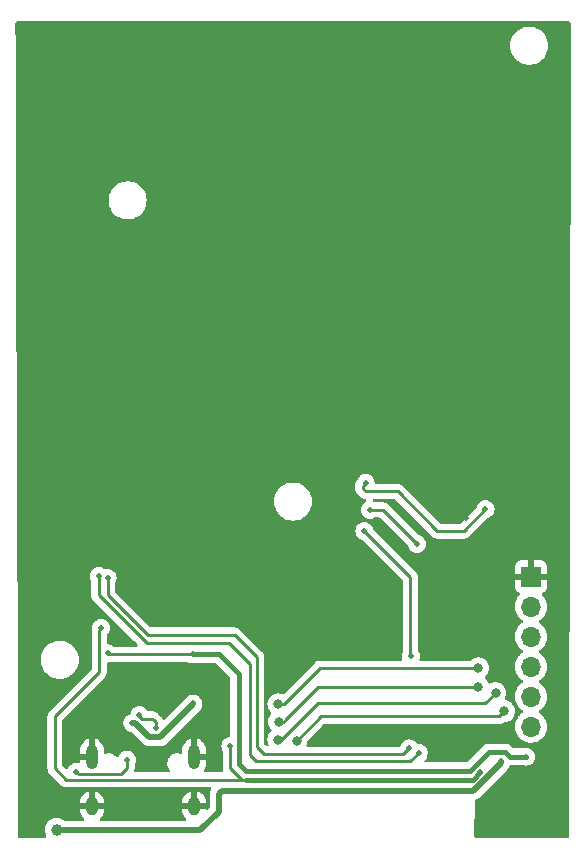
<source format=gbl>
G04 #@! TF.GenerationSoftware,KiCad,Pcbnew,6.0.10-86aedd382b~118~ubuntu20.04.1*
G04 #@! TF.CreationDate,2023-01-02T08:46:21+01:00*
G04 #@! TF.ProjectId,C3-27-epaper-touch,43332d32-372d-4657-9061-7065722d746f,rev?*
G04 #@! TF.SameCoordinates,Original*
G04 #@! TF.FileFunction,Copper,L2,Bot*
G04 #@! TF.FilePolarity,Positive*
%FSLAX46Y46*%
G04 Gerber Fmt 4.6, Leading zero omitted, Abs format (unit mm)*
G04 Created by KiCad (PCBNEW 6.0.10-86aedd382b~118~ubuntu20.04.1) date 2023-01-02 08:46:21*
%MOMM*%
%LPD*%
G01*
G04 APERTURE LIST*
G04 #@! TA.AperFunction,ComponentPad*
%ADD10O,1.000000X2.100000*%
G04 #@! TD*
G04 #@! TA.AperFunction,ComponentPad*
%ADD11O,1.000000X1.600000*%
G04 #@! TD*
G04 #@! TA.AperFunction,ComponentPad*
%ADD12R,1.700000X1.700000*%
G04 #@! TD*
G04 #@! TA.AperFunction,ComponentPad*
%ADD13O,1.700000X1.700000*%
G04 #@! TD*
G04 #@! TA.AperFunction,ViaPad*
%ADD14C,0.500000*%
G04 #@! TD*
G04 #@! TA.AperFunction,ViaPad*
%ADD15C,0.800000*%
G04 #@! TD*
G04 #@! TA.AperFunction,ViaPad*
%ADD16C,1.000000*%
G04 #@! TD*
G04 #@! TA.AperFunction,Conductor*
%ADD17C,0.500000*%
G04 #@! TD*
G04 #@! TA.AperFunction,Conductor*
%ADD18C,0.250000*%
G04 #@! TD*
G04 #@! TA.AperFunction,Conductor*
%ADD19C,0.400000*%
G04 #@! TD*
G04 APERTURE END LIST*
D10*
X129120000Y-117620000D03*
D11*
X129120000Y-121800000D03*
X120480000Y-121800000D03*
D10*
X120480000Y-117620000D03*
D12*
X157650000Y-102350000D03*
D13*
X157650000Y-104890000D03*
X157650000Y-107430000D03*
X157650000Y-109970000D03*
X157650000Y-112510000D03*
X157650000Y-115050000D03*
D14*
X143250000Y-109150000D03*
X123900000Y-112100000D03*
X149150000Y-92100000D03*
X149300000Y-88300000D03*
X148250000Y-78850000D03*
X151000000Y-87150000D03*
D15*
X148600000Y-103900000D03*
D14*
X132350000Y-83050000D03*
X124050000Y-108100000D03*
X133000000Y-86350000D03*
X117900000Y-92100000D03*
X132350000Y-79000000D03*
X155000000Y-87050000D03*
X117500000Y-98350000D03*
X118350000Y-104700000D03*
X127300000Y-101400000D03*
X142600000Y-87250000D03*
X115300000Y-111650000D03*
X115350000Y-115450000D03*
X144400000Y-78850000D03*
X152150000Y-97400000D03*
X139350000Y-90750000D03*
D16*
X117500000Y-123800000D03*
D14*
X155100000Y-117950000D03*
X123900000Y-114750000D03*
X129050000Y-113100000D03*
X148000000Y-99600000D03*
X144000000Y-96700000D03*
X148150000Y-117300000D03*
X121050000Y-102300000D03*
X125900000Y-115200000D03*
X124500000Y-114050000D03*
D15*
X137800000Y-116250000D03*
X155400000Y-113750000D03*
X136250000Y-116150000D03*
X154650000Y-112200000D03*
X153200000Y-111700000D03*
X136300000Y-114650000D03*
X136250000Y-113150000D03*
X153200000Y-110100000D03*
D14*
X143650000Y-94400000D03*
X153800000Y-96650000D03*
X143550000Y-98500000D03*
X147475000Y-109075000D03*
X123450000Y-117850000D03*
X119150000Y-118900000D03*
X121250000Y-106700000D03*
X132200000Y-116700000D03*
X153325000Y-118925000D03*
X129000000Y-108950000D03*
X121800000Y-108850000D03*
X157250000Y-117600000D03*
X121800000Y-102450000D03*
X147350000Y-116900000D03*
D17*
X148900000Y-120500000D02*
X152750000Y-120500000D01*
X129650000Y-123800000D02*
X131200000Y-122250000D01*
X117500000Y-123800000D02*
X129650000Y-123800000D01*
X131500000Y-120500000D02*
X148900000Y-120500000D01*
X155100000Y-118150000D02*
X155100000Y-117950000D01*
X152750000Y-120500000D02*
X155100000Y-118150000D01*
X131200000Y-122250000D02*
X131200000Y-120800000D01*
X131200000Y-120800000D02*
X131500000Y-120500000D01*
X126250000Y-115950000D02*
X126750000Y-115450000D01*
X125350000Y-115950000D02*
X126250000Y-115950000D01*
X129050000Y-113150000D02*
X129050000Y-113100000D01*
X124550000Y-115150000D02*
X125350000Y-115950000D01*
X124150000Y-114750000D02*
X124550000Y-115150000D01*
X126750000Y-115450000D02*
X129050000Y-113150000D01*
X123900000Y-114750000D02*
X124150000Y-114750000D01*
D18*
X145100000Y-96700000D02*
X144000000Y-96700000D01*
X148000000Y-99600000D02*
X145100000Y-96700000D01*
X134350000Y-118000000D02*
X133850000Y-117500000D01*
X147450000Y-118000000D02*
X134350000Y-118000000D01*
X121050000Y-103950000D02*
X121050000Y-102300000D01*
X148150000Y-117300000D02*
X147450000Y-118000000D01*
X125100000Y-108000000D02*
X121050000Y-103950000D01*
X133850000Y-109750000D02*
X132100000Y-108000000D01*
X132100000Y-108000000D02*
X125100000Y-108000000D01*
X133850000Y-117500000D02*
X133850000Y-109750000D01*
X125900000Y-115200000D02*
X125900000Y-114700000D01*
X124700000Y-114400000D02*
X124500000Y-114200000D01*
X125900000Y-114700000D02*
X125700000Y-114500000D01*
X125700000Y-114500000D02*
X125600000Y-114400000D01*
X124500000Y-114200000D02*
X124500000Y-114050000D01*
X125600000Y-114400000D02*
X124700000Y-114400000D01*
X139850000Y-114200000D02*
X154250000Y-114200000D01*
X137800000Y-116250000D02*
X139850000Y-114200000D01*
X154950000Y-114200000D02*
X155400000Y-113750000D01*
X154250000Y-114200000D02*
X154950000Y-114200000D01*
X154650000Y-112200000D02*
X153750000Y-113100000D01*
X139600000Y-113100000D02*
X136500000Y-116200000D01*
X140350000Y-113100000D02*
X139600000Y-113100000D01*
X136500000Y-116200000D02*
X136300000Y-116200000D01*
X153750000Y-113100000D02*
X140350000Y-113100000D01*
X136300000Y-116200000D02*
X136250000Y-116150000D01*
X136700000Y-114650000D02*
X136300000Y-114650000D01*
X153200000Y-111700000D02*
X139650000Y-111700000D01*
X136850000Y-114500000D02*
X136700000Y-114650000D01*
X139650000Y-111700000D02*
X136850000Y-114500000D01*
X153200000Y-110100000D02*
X139850000Y-110100000D01*
X139850000Y-110100000D02*
X139800000Y-110100000D01*
X139800000Y-110100000D02*
X136750000Y-113150000D01*
X136750000Y-113150000D02*
X136250000Y-113150000D01*
X153800000Y-96650000D02*
X151950000Y-98500000D01*
X143400000Y-94650000D02*
X143650000Y-94400000D01*
X150500000Y-98500000D02*
X149700000Y-98500000D01*
X143400000Y-94900000D02*
X143400000Y-94650000D01*
X143650000Y-95150000D02*
X143400000Y-94900000D01*
X149700000Y-98500000D02*
X146350000Y-95150000D01*
X146350000Y-95150000D02*
X143650000Y-95150000D01*
X151950000Y-98500000D02*
X150500000Y-98500000D01*
X147450000Y-109050000D02*
X147450000Y-102400000D01*
X147450000Y-102400000D02*
X143550000Y-98500000D01*
X119350000Y-119100000D02*
X119150000Y-118900000D01*
X123450000Y-117850000D02*
X123450000Y-118600000D01*
X123450000Y-118600000D02*
X122950000Y-119100000D01*
X122950000Y-119100000D02*
X119350000Y-119100000D01*
X132200000Y-118600000D02*
X132200000Y-116700000D01*
X121100000Y-106850000D02*
X121250000Y-106700000D01*
X121100000Y-110450000D02*
X121100000Y-106850000D01*
X117350000Y-118600000D02*
X117350000Y-114200000D01*
X118300000Y-119550000D02*
X117350000Y-118600000D01*
X133150000Y-119550000D02*
X132200000Y-118600000D01*
X133550000Y-119550000D02*
X133150000Y-119550000D01*
D19*
X152700000Y-119550000D02*
X153325000Y-118925000D01*
D18*
X117350000Y-114200000D02*
X121100000Y-110450000D01*
D19*
X133550000Y-119550000D02*
X152700000Y-119550000D01*
D18*
X133550000Y-119550000D02*
X118300000Y-119550000D01*
D19*
X131250000Y-108950000D02*
X129000000Y-108950000D01*
D18*
X121900000Y-108950000D02*
X121800000Y-108850000D01*
D19*
X155850000Y-117600000D02*
X155450000Y-117200000D01*
D18*
X129000000Y-108950000D02*
X121900000Y-108950000D01*
D19*
X132900000Y-118200000D02*
X132900000Y-110600000D01*
X155450000Y-117200000D02*
X154100000Y-117200000D01*
X154100000Y-117200000D02*
X152500000Y-118800000D01*
X132900000Y-110600000D02*
X131250000Y-108950000D01*
X152500000Y-118800000D02*
X133500000Y-118800000D01*
X157250000Y-117600000D02*
X155850000Y-117600000D01*
X133500000Y-118800000D02*
X132900000Y-118200000D01*
D18*
X132550000Y-107300000D02*
X134450000Y-109200000D01*
X134450000Y-116400000D02*
X134450000Y-116800000D01*
X134450000Y-116800000D02*
X135050000Y-117400000D01*
X146850000Y-117400000D02*
X147350000Y-116900000D01*
X121800000Y-102450000D02*
X121800000Y-103900000D01*
X134450000Y-109200000D02*
X134450000Y-116400000D01*
X121800000Y-103900000D02*
X125200000Y-107300000D01*
X125200000Y-107300000D02*
X132550000Y-107300000D01*
X135050000Y-117400000D02*
X146850000Y-117400000D01*
G04 #@! TA.AperFunction,Conductor*
G36*
X160939971Y-55378502D02*
G01*
X160986464Y-55432158D01*
X160997850Y-55484676D01*
X160901378Y-124365676D01*
X160881280Y-124433769D01*
X160827560Y-124480187D01*
X160775378Y-124491500D01*
X152985038Y-124491500D01*
X152916917Y-124471498D01*
X152870424Y-124417842D01*
X152859043Y-124364344D01*
X152886748Y-121344468D01*
X152907374Y-121276534D01*
X152961454Y-121230535D01*
X152969750Y-121227186D01*
X152994293Y-121218277D01*
X152998455Y-121216848D01*
X153060936Y-121196607D01*
X153060938Y-121196606D01*
X153067899Y-121194351D01*
X153074154Y-121190555D01*
X153079628Y-121188049D01*
X153085058Y-121185330D01*
X153091937Y-121182833D01*
X153152976Y-121142814D01*
X153156680Y-121140477D01*
X153219107Y-121102595D01*
X153227484Y-121095197D01*
X153227508Y-121095224D01*
X153230500Y-121092571D01*
X153233733Y-121089868D01*
X153239852Y-121085856D01*
X153293128Y-121029617D01*
X153295506Y-121027175D01*
X155588911Y-118733770D01*
X155603323Y-118721384D01*
X155614918Y-118712851D01*
X155614923Y-118712846D01*
X155620818Y-118708508D01*
X155625557Y-118702930D01*
X155625560Y-118702927D01*
X155655035Y-118668232D01*
X155661965Y-118660716D01*
X155667660Y-118655021D01*
X155676545Y-118643791D01*
X155685281Y-118632749D01*
X155688072Y-118629345D01*
X155730591Y-118579297D01*
X155730592Y-118579295D01*
X155735333Y-118573715D01*
X155738661Y-118567199D01*
X155742028Y-118562150D01*
X155745195Y-118557021D01*
X155749734Y-118551284D01*
X155780655Y-118485125D01*
X155782561Y-118481225D01*
X155790080Y-118466500D01*
X155815769Y-118416192D01*
X155817509Y-118409080D01*
X155819606Y-118403442D01*
X155821522Y-118397682D01*
X155823725Y-118392970D01*
X155823982Y-118392599D01*
X155824240Y-118391868D01*
X155824629Y-118391036D01*
X155824960Y-118391191D01*
X155862987Y-118336403D01*
X155928575Y-118309224D01*
X155942063Y-118308500D01*
X156956287Y-118308500D01*
X157000203Y-118316401D01*
X157065341Y-118340626D01*
X157234015Y-118363132D01*
X157241026Y-118362494D01*
X157241030Y-118362494D01*
X157396462Y-118348348D01*
X157403483Y-118347709D01*
X157410185Y-118345531D01*
X157410187Y-118345531D01*
X157558623Y-118297301D01*
X157558626Y-118297300D01*
X157565322Y-118295124D01*
X157711490Y-118207990D01*
X157716584Y-118203139D01*
X157716588Y-118203136D01*
X157814370Y-118110019D01*
X157834721Y-118090639D01*
X157847439Y-118071498D01*
X157924990Y-117954773D01*
X157928891Y-117948902D01*
X157989319Y-117789825D01*
X158013001Y-117621313D01*
X158013299Y-117600000D01*
X157994331Y-117430892D01*
X157938368Y-117270189D01*
X157932008Y-117260010D01*
X157910420Y-117225464D01*
X157848192Y-117125879D01*
X157829314Y-117106868D01*
X157733248Y-117010129D01*
X157728286Y-117005132D01*
X157683715Y-116976846D01*
X157663808Y-116964213D01*
X157584608Y-116913951D01*
X157424300Y-116856868D01*
X157255329Y-116836720D01*
X157248326Y-116837456D01*
X157248325Y-116837456D01*
X157093101Y-116853770D01*
X157093097Y-116853771D01*
X157086093Y-116854507D01*
X157048332Y-116867362D01*
X156997172Y-116884778D01*
X156956567Y-116891500D01*
X156195660Y-116891500D01*
X156127539Y-116871498D01*
X156106565Y-116854595D01*
X155971450Y-116719480D01*
X155965596Y-116713215D01*
X155960879Y-116707808D01*
X155927561Y-116669615D01*
X155875280Y-116632871D01*
X155869986Y-116628939D01*
X155825693Y-116594209D01*
X155819718Y-116589524D01*
X155812802Y-116586401D01*
X155810516Y-116585017D01*
X155795835Y-116576643D01*
X155793475Y-116575378D01*
X155787261Y-116571010D01*
X155780182Y-116568250D01*
X155780180Y-116568249D01*
X155727725Y-116547798D01*
X155721656Y-116545247D01*
X155663427Y-116518955D01*
X155655960Y-116517571D01*
X155653405Y-116516770D01*
X155637152Y-116512141D01*
X155634572Y-116511478D01*
X155627491Y-116508718D01*
X155619960Y-116507727D01*
X155619958Y-116507726D01*
X155585266Y-116503159D01*
X155564139Y-116500378D01*
X155557641Y-116499348D01*
X155494814Y-116487704D01*
X155487234Y-116488141D01*
X155487233Y-116488141D01*
X155432608Y-116491291D01*
X155425354Y-116491500D01*
X154128927Y-116491500D01*
X154120358Y-116491208D01*
X154070225Y-116487790D01*
X154070221Y-116487790D01*
X154062648Y-116487274D01*
X153999681Y-116498264D01*
X153993169Y-116499224D01*
X153929758Y-116506898D01*
X153922657Y-116509581D01*
X153920048Y-116510222D01*
X153903715Y-116514691D01*
X153901195Y-116515452D01*
X153893717Y-116516757D01*
X153886765Y-116519809D01*
X153886764Y-116519809D01*
X153835204Y-116542441D01*
X153829099Y-116544932D01*
X153776456Y-116564825D01*
X153776452Y-116564827D01*
X153769344Y-116567513D01*
X153763083Y-116571816D01*
X153760717Y-116573053D01*
X153745937Y-116581280D01*
X153743652Y-116582631D01*
X153736695Y-116585685D01*
X153730675Y-116590305D01*
X153730669Y-116590308D01*
X153702941Y-116611586D01*
X153685998Y-116624587D01*
X153680668Y-116628459D01*
X153634280Y-116660339D01*
X153634275Y-116660344D01*
X153628019Y-116664643D01*
X153622968Y-116670313D01*
X153622966Y-116670314D01*
X153586565Y-116711170D01*
X153581584Y-116716446D01*
X152243435Y-118054595D01*
X152181123Y-118088621D01*
X152154340Y-118091500D01*
X148733808Y-118091500D01*
X148665687Y-118071498D01*
X148619194Y-118017842D01*
X148609090Y-117947568D01*
X148638584Y-117882988D01*
X148646916Y-117874254D01*
X148647183Y-117874000D01*
X148734721Y-117790639D01*
X148739900Y-117782845D01*
X148812058Y-117674238D01*
X148828891Y-117648902D01*
X148889319Y-117489825D01*
X148913001Y-117321313D01*
X148913299Y-117300000D01*
X148894331Y-117130892D01*
X148890845Y-117120880D01*
X148854737Y-117017195D01*
X148838368Y-116970189D01*
X148748192Y-116825879D01*
X148628286Y-116705132D01*
X148612972Y-116695413D01*
X148570210Y-116668276D01*
X148484608Y-116613951D01*
X148324300Y-116556868D01*
X148155329Y-116536720D01*
X148148326Y-116537456D01*
X148148324Y-116537456D01*
X148104252Y-116542088D01*
X148034413Y-116529315D01*
X147984228Y-116483548D01*
X147976273Y-116470818D01*
X147948192Y-116425879D01*
X147934165Y-116411753D01*
X147833248Y-116310129D01*
X147828286Y-116305132D01*
X147812039Y-116294821D01*
X147716540Y-116234216D01*
X147684608Y-116213951D01*
X147524300Y-116156868D01*
X147355329Y-116136720D01*
X147348326Y-116137456D01*
X147348325Y-116137456D01*
X147193101Y-116153770D01*
X147193097Y-116153771D01*
X147186093Y-116154507D01*
X147179422Y-116156778D01*
X147031673Y-116207075D01*
X147031670Y-116207076D01*
X147025003Y-116209346D01*
X147019005Y-116213036D01*
X147019003Y-116213037D01*
X146886065Y-116294821D01*
X146886063Y-116294823D01*
X146880066Y-116298512D01*
X146758486Y-116417573D01*
X146754675Y-116423487D01*
X146754673Y-116423489D01*
X146682257Y-116535856D01*
X146666304Y-116560610D01*
X146643753Y-116622568D01*
X146621541Y-116683595D01*
X146579447Y-116740766D01*
X146513125Y-116766104D01*
X146503140Y-116766500D01*
X138760856Y-116766500D01*
X138692735Y-116746498D01*
X138646242Y-116692842D01*
X138636138Y-116622568D01*
X138641023Y-116601564D01*
X138677734Y-116488579D01*
X138693542Y-116439928D01*
X138710907Y-116274706D01*
X138737920Y-116209050D01*
X138747122Y-116198782D01*
X139929210Y-115016695D01*
X156287251Y-115016695D01*
X156287548Y-115021848D01*
X156287548Y-115021851D01*
X156295941Y-115167408D01*
X156300110Y-115239715D01*
X156301247Y-115244761D01*
X156301248Y-115244767D01*
X156323158Y-115341987D01*
X156349222Y-115457639D01*
X156433266Y-115664616D01*
X156549987Y-115855088D01*
X156696250Y-116023938D01*
X156868126Y-116166632D01*
X157061000Y-116279338D01*
X157065825Y-116281180D01*
X157065826Y-116281181D01*
X157118662Y-116301357D01*
X157269692Y-116359030D01*
X157274760Y-116360061D01*
X157274763Y-116360062D01*
X157382017Y-116381883D01*
X157488597Y-116403567D01*
X157493772Y-116403757D01*
X157493774Y-116403757D01*
X157706673Y-116411564D01*
X157706677Y-116411564D01*
X157711837Y-116411753D01*
X157716957Y-116411097D01*
X157716959Y-116411097D01*
X157928288Y-116384025D01*
X157928289Y-116384025D01*
X157933416Y-116383368D01*
X157987200Y-116367232D01*
X158142429Y-116320661D01*
X158142434Y-116320659D01*
X158147384Y-116319174D01*
X158347994Y-116220896D01*
X158529860Y-116091173D01*
X158688096Y-115933489D01*
X158747594Y-115850689D01*
X158815435Y-115756277D01*
X158818453Y-115752077D01*
X158917430Y-115551811D01*
X158982370Y-115338069D01*
X159011529Y-115116590D01*
X159012663Y-115070167D01*
X159013074Y-115053365D01*
X159013074Y-115053361D01*
X159013156Y-115050000D01*
X158994852Y-114827361D01*
X158940431Y-114610702D01*
X158851354Y-114405840D01*
X158779205Y-114294314D01*
X158732822Y-114222617D01*
X158732820Y-114222614D01*
X158730014Y-114218277D01*
X158579670Y-114053051D01*
X158575619Y-114049852D01*
X158575615Y-114049848D01*
X158408414Y-113917800D01*
X158408410Y-113917798D01*
X158404359Y-113914598D01*
X158363053Y-113891796D01*
X158313084Y-113841364D01*
X158298312Y-113771921D01*
X158323428Y-113705516D01*
X158350780Y-113678909D01*
X158420266Y-113629345D01*
X158529860Y-113551173D01*
X158688096Y-113393489D01*
X158711021Y-113361586D01*
X158815435Y-113216277D01*
X158818453Y-113212077D01*
X158895736Y-113055707D01*
X158915136Y-113016453D01*
X158915137Y-113016451D01*
X158917430Y-113011811D01*
X158982370Y-112798069D01*
X159011529Y-112576590D01*
X159012493Y-112537148D01*
X159013074Y-112513365D01*
X159013074Y-112513361D01*
X159013156Y-112510000D01*
X158994852Y-112287361D01*
X158940431Y-112070702D01*
X158851354Y-111865840D01*
X158730014Y-111678277D01*
X158579670Y-111513051D01*
X158575619Y-111509852D01*
X158575615Y-111509848D01*
X158408414Y-111377800D01*
X158408410Y-111377798D01*
X158404359Y-111374598D01*
X158363053Y-111351796D01*
X158313084Y-111301364D01*
X158298312Y-111231921D01*
X158323428Y-111165516D01*
X158350780Y-111138909D01*
X158394603Y-111107650D01*
X158529860Y-111011173D01*
X158539130Y-111001936D01*
X158674958Y-110866581D01*
X158688096Y-110853489D01*
X158738931Y-110782745D01*
X158815435Y-110676277D01*
X158818453Y-110672077D01*
X158840166Y-110628145D01*
X158915136Y-110476453D01*
X158915137Y-110476451D01*
X158917430Y-110471811D01*
X158970783Y-110296206D01*
X158980865Y-110263023D01*
X158980865Y-110263021D01*
X158982370Y-110258069D01*
X159011529Y-110036590D01*
X159013156Y-109970000D01*
X158994852Y-109747361D01*
X158940431Y-109530702D01*
X158851354Y-109325840D01*
X158807366Y-109257845D01*
X158732822Y-109142617D01*
X158732820Y-109142614D01*
X158730014Y-109138277D01*
X158579670Y-108973051D01*
X158575619Y-108969852D01*
X158575615Y-108969848D01*
X158408414Y-108837800D01*
X158408410Y-108837798D01*
X158404359Y-108834598D01*
X158363053Y-108811796D01*
X158313084Y-108761364D01*
X158298312Y-108691921D01*
X158323428Y-108625516D01*
X158350780Y-108598909D01*
X158394603Y-108567650D01*
X158529860Y-108471173D01*
X158549478Y-108451624D01*
X158684435Y-108317137D01*
X158688096Y-108313489D01*
X158703992Y-108291368D01*
X158815435Y-108136277D01*
X158818453Y-108132077D01*
X158917430Y-107931811D01*
X158982370Y-107718069D01*
X159011529Y-107496590D01*
X159013156Y-107430000D01*
X158994852Y-107207361D01*
X158940431Y-106990702D01*
X158851354Y-106785840D01*
X158802369Y-106710121D01*
X158732822Y-106602617D01*
X158732820Y-106602614D01*
X158730014Y-106598277D01*
X158579670Y-106433051D01*
X158575619Y-106429852D01*
X158575615Y-106429848D01*
X158408414Y-106297800D01*
X158408410Y-106297798D01*
X158404359Y-106294598D01*
X158363053Y-106271796D01*
X158313084Y-106221364D01*
X158298312Y-106151921D01*
X158323428Y-106085516D01*
X158350780Y-106058909D01*
X158420265Y-106009346D01*
X158529860Y-105931173D01*
X158688096Y-105773489D01*
X158747594Y-105690689D01*
X158815435Y-105596277D01*
X158818453Y-105592077D01*
X158917430Y-105391811D01*
X158982370Y-105178069D01*
X159011529Y-104956590D01*
X159013156Y-104890000D01*
X158994852Y-104667361D01*
X158940431Y-104450702D01*
X158851354Y-104245840D01*
X158762697Y-104108797D01*
X158732822Y-104062617D01*
X158732820Y-104062614D01*
X158730014Y-104058277D01*
X158726540Y-104054459D01*
X158726533Y-104054450D01*
X158582435Y-103896088D01*
X158551383Y-103832242D01*
X158559779Y-103761744D01*
X158604956Y-103706976D01*
X158631400Y-103693307D01*
X158738052Y-103653325D01*
X158753649Y-103644786D01*
X158855724Y-103568285D01*
X158868285Y-103555724D01*
X158944786Y-103453649D01*
X158953324Y-103438054D01*
X158998478Y-103317606D01*
X159002105Y-103302351D01*
X159007631Y-103251486D01*
X159008000Y-103244672D01*
X159008000Y-102622115D01*
X159003525Y-102606876D01*
X159002135Y-102605671D01*
X158994452Y-102604000D01*
X156310116Y-102604000D01*
X156294877Y-102608475D01*
X156293672Y-102609865D01*
X156292001Y-102617548D01*
X156292001Y-103244669D01*
X156292371Y-103251490D01*
X156297895Y-103302352D01*
X156301521Y-103317604D01*
X156346676Y-103438054D01*
X156355214Y-103453649D01*
X156431715Y-103555724D01*
X156444276Y-103568285D01*
X156546351Y-103644786D01*
X156561946Y-103653324D01*
X156670827Y-103694142D01*
X156727591Y-103736784D01*
X156752291Y-103803345D01*
X156737083Y-103872694D01*
X156717691Y-103899175D01*
X156594200Y-104028401D01*
X156590629Y-104032138D01*
X156464743Y-104216680D01*
X156449162Y-104250246D01*
X156388611Y-104380694D01*
X156370688Y-104419305D01*
X156310989Y-104634570D01*
X156287251Y-104856695D01*
X156287548Y-104861848D01*
X156287548Y-104861851D01*
X156293011Y-104956590D01*
X156300110Y-105079715D01*
X156301247Y-105084761D01*
X156301248Y-105084767D01*
X156321119Y-105172939D01*
X156349222Y-105297639D01*
X156433266Y-105504616D01*
X156549987Y-105695088D01*
X156696250Y-105863938D01*
X156868126Y-106006632D01*
X156876604Y-106011586D01*
X156941445Y-106049476D01*
X156990169Y-106101114D01*
X157003240Y-106170897D01*
X156976509Y-106236669D01*
X156936055Y-106270027D01*
X156923607Y-106276507D01*
X156919474Y-106279610D01*
X156919471Y-106279612D01*
X156749100Y-106407530D01*
X156744965Y-106410635D01*
X156590629Y-106572138D01*
X156587715Y-106576410D01*
X156587714Y-106576411D01*
X156527427Y-106664788D01*
X156464743Y-106756680D01*
X156370688Y-106959305D01*
X156310989Y-107174570D01*
X156287251Y-107396695D01*
X156287548Y-107401848D01*
X156287548Y-107401851D01*
X156293011Y-107496590D01*
X156300110Y-107619715D01*
X156301247Y-107624761D01*
X156301248Y-107624767D01*
X156321119Y-107712939D01*
X156349222Y-107837639D01*
X156433266Y-108044616D01*
X156549987Y-108235088D01*
X156696250Y-108403938D01*
X156868126Y-108546632D01*
X156927359Y-108581245D01*
X156941445Y-108589476D01*
X156990169Y-108641114D01*
X157003240Y-108710897D01*
X156976509Y-108776669D01*
X156936055Y-108810027D01*
X156923607Y-108816507D01*
X156919474Y-108819610D01*
X156919471Y-108819612D01*
X156750596Y-108946407D01*
X156744965Y-108950635D01*
X156741393Y-108954373D01*
X156609524Y-109092366D01*
X156590629Y-109112138D01*
X156587715Y-109116410D01*
X156587714Y-109116411D01*
X156555176Y-109164110D01*
X156464743Y-109296680D01*
X156449003Y-109330590D01*
X156378941Y-109481526D01*
X156370688Y-109499305D01*
X156310989Y-109714570D01*
X156287251Y-109936695D01*
X156287548Y-109941848D01*
X156287548Y-109941851D01*
X156293011Y-110036590D01*
X156300110Y-110159715D01*
X156301247Y-110164761D01*
X156301248Y-110164767D01*
X156314710Y-110224501D01*
X156349222Y-110377639D01*
X156410673Y-110528976D01*
X156430828Y-110578611D01*
X156433266Y-110584616D01*
X156549987Y-110775088D01*
X156696250Y-110943938D01*
X156868126Y-111086632D01*
X156938595Y-111127811D01*
X156941445Y-111129476D01*
X156990169Y-111181114D01*
X157003240Y-111250897D01*
X156976509Y-111316669D01*
X156936055Y-111350027D01*
X156923607Y-111356507D01*
X156919474Y-111359610D01*
X156919471Y-111359612D01*
X156750054Y-111486814D01*
X156744965Y-111490635D01*
X156590629Y-111652138D01*
X156464743Y-111836680D01*
X156449003Y-111870590D01*
X156387172Y-112003794D01*
X156370688Y-112039305D01*
X156310989Y-112254570D01*
X156287251Y-112476695D01*
X156287548Y-112481848D01*
X156287548Y-112481851D01*
X156299135Y-112682804D01*
X156300110Y-112699715D01*
X156301247Y-112704761D01*
X156301248Y-112704767D01*
X156319269Y-112784729D01*
X156349222Y-112917639D01*
X156387461Y-113011811D01*
X156425696Y-113105972D01*
X156433266Y-113124616D01*
X156435965Y-113129020D01*
X156544895Y-113306778D01*
X156549987Y-113315088D01*
X156696250Y-113483938D01*
X156868126Y-113626632D01*
X156872769Y-113629345D01*
X156941445Y-113669476D01*
X156990169Y-113721114D01*
X157003240Y-113790897D01*
X156976509Y-113856669D01*
X156936055Y-113890027D01*
X156923607Y-113896507D01*
X156919474Y-113899610D01*
X156919471Y-113899612D01*
X156750095Y-114026783D01*
X156744965Y-114030635D01*
X156741393Y-114034373D01*
X156612303Y-114169458D01*
X156590629Y-114192138D01*
X156587715Y-114196410D01*
X156587714Y-114196411D01*
X156522609Y-114291852D01*
X156464743Y-114376680D01*
X156435153Y-114440427D01*
X156374768Y-114570516D01*
X156370688Y-114579305D01*
X156310989Y-114794570D01*
X156287251Y-115016695D01*
X139929210Y-115016695D01*
X140075500Y-114870405D01*
X140137812Y-114836379D01*
X140164595Y-114833500D01*
X154871233Y-114833500D01*
X154882416Y-114834027D01*
X154889909Y-114835702D01*
X154897835Y-114835453D01*
X154897836Y-114835453D01*
X154957986Y-114833562D01*
X154961945Y-114833500D01*
X154989856Y-114833500D01*
X154993791Y-114833003D01*
X154993856Y-114832995D01*
X155005693Y-114832062D01*
X155037951Y-114831048D01*
X155041970Y-114830922D01*
X155049889Y-114830673D01*
X155069343Y-114825021D01*
X155088700Y-114821013D01*
X155100930Y-114819468D01*
X155100931Y-114819468D01*
X155108797Y-114818474D01*
X155116168Y-114815555D01*
X155116170Y-114815555D01*
X155149912Y-114802196D01*
X155161142Y-114798351D01*
X155195983Y-114788229D01*
X155195984Y-114788229D01*
X155203593Y-114786018D01*
X155210412Y-114781985D01*
X155210417Y-114781983D01*
X155221028Y-114775707D01*
X155238776Y-114767012D01*
X155257617Y-114759552D01*
X155293387Y-114733564D01*
X155303307Y-114727048D01*
X155334535Y-114708580D01*
X155334538Y-114708578D01*
X155341362Y-114704542D01*
X155350499Y-114695405D01*
X155412811Y-114661379D01*
X155439594Y-114658500D01*
X155495487Y-114658500D01*
X155501939Y-114657128D01*
X155501944Y-114657128D01*
X155588887Y-114638647D01*
X155682288Y-114618794D01*
X155688319Y-114616109D01*
X155850722Y-114543803D01*
X155850724Y-114543802D01*
X155856752Y-114541118D01*
X156011253Y-114428866D01*
X156015675Y-114423955D01*
X156134621Y-114291852D01*
X156134622Y-114291851D01*
X156139040Y-114286944D01*
X156234527Y-114121556D01*
X156293542Y-113939928D01*
X156295830Y-113918164D01*
X156312814Y-113756565D01*
X156313504Y-113750000D01*
X156308829Y-113705516D01*
X156294232Y-113566635D01*
X156294232Y-113566633D01*
X156293542Y-113560072D01*
X156234527Y-113378444D01*
X156226160Y-113363951D01*
X156191414Y-113303770D01*
X156139040Y-113213056D01*
X156073774Y-113140570D01*
X156015675Y-113076045D01*
X156015674Y-113076044D01*
X156011253Y-113071134D01*
X155856752Y-112958882D01*
X155850724Y-112956198D01*
X155850722Y-112956197D01*
X155688319Y-112883891D01*
X155688318Y-112883891D01*
X155682288Y-112881206D01*
X155516540Y-112845975D01*
X155454069Y-112812248D01*
X155419747Y-112750098D01*
X155424475Y-112679259D01*
X155433620Y-112659729D01*
X155453164Y-112625879D01*
X155484527Y-112571556D01*
X155543542Y-112389928D01*
X155544556Y-112380287D01*
X155562814Y-112206565D01*
X155563504Y-112200000D01*
X155550442Y-112075720D01*
X155544232Y-112016635D01*
X155544232Y-112016633D01*
X155543542Y-112010072D01*
X155484527Y-111828444D01*
X155389040Y-111663056D01*
X155379210Y-111652138D01*
X155265675Y-111526045D01*
X155265674Y-111526044D01*
X155261253Y-111521134D01*
X155162157Y-111449136D01*
X155112094Y-111412763D01*
X155112093Y-111412762D01*
X155106752Y-111408882D01*
X155100724Y-111406198D01*
X155100722Y-111406197D01*
X154938319Y-111333891D01*
X154938318Y-111333891D01*
X154932288Y-111331206D01*
X154838888Y-111311353D01*
X154751944Y-111292872D01*
X154751939Y-111292872D01*
X154745487Y-111291500D01*
X154554513Y-111291500D01*
X154548061Y-111292872D01*
X154548056Y-111292872D01*
X154461112Y-111311353D01*
X154367712Y-111331206D01*
X154361682Y-111333891D01*
X154361681Y-111333891D01*
X154205150Y-111403583D01*
X154134783Y-111413017D01*
X154070486Y-111382911D01*
X154038795Y-111339727D01*
X154036568Y-111334725D01*
X154034527Y-111328444D01*
X153939040Y-111163056D01*
X153908805Y-111129476D01*
X153815675Y-111026045D01*
X153815674Y-111026044D01*
X153811253Y-111021134D01*
X153801670Y-111014171D01*
X153784829Y-111001936D01*
X153741475Y-110945714D01*
X153735399Y-110874978D01*
X153768531Y-110812186D01*
X153784829Y-110798064D01*
X153805909Y-110782749D01*
X153805911Y-110782747D01*
X153811253Y-110778866D01*
X153834091Y-110753502D01*
X153934621Y-110641852D01*
X153934622Y-110641851D01*
X153939040Y-110636944D01*
X154023841Y-110490065D01*
X154031223Y-110477279D01*
X154031224Y-110477278D01*
X154034527Y-110471556D01*
X154093542Y-110289928D01*
X154096891Y-110258069D01*
X154112814Y-110106565D01*
X154113504Y-110100000D01*
X154093542Y-109910072D01*
X154034527Y-109728444D01*
X154023641Y-109709588D01*
X153987776Y-109647469D01*
X153939040Y-109563056D01*
X153922881Y-109545109D01*
X153815675Y-109426045D01*
X153815674Y-109426044D01*
X153811253Y-109421134D01*
X153712157Y-109349136D01*
X153662094Y-109312763D01*
X153662093Y-109312762D01*
X153656752Y-109308882D01*
X153650724Y-109306198D01*
X153650722Y-109306197D01*
X153488319Y-109233891D01*
X153488318Y-109233891D01*
X153482288Y-109231206D01*
X153388888Y-109211353D01*
X153301944Y-109192872D01*
X153301939Y-109192872D01*
X153295487Y-109191500D01*
X153104513Y-109191500D01*
X153098061Y-109192872D01*
X153098056Y-109192872D01*
X153011112Y-109211353D01*
X152917712Y-109231206D01*
X152911682Y-109233891D01*
X152911681Y-109233891D01*
X152749278Y-109306197D01*
X152749276Y-109306198D01*
X152743248Y-109308882D01*
X152737907Y-109312762D01*
X152737906Y-109312763D01*
X152656813Y-109371681D01*
X152588747Y-109421134D01*
X152584332Y-109426037D01*
X152579420Y-109430460D01*
X152578295Y-109429211D01*
X152524986Y-109462051D01*
X152491800Y-109466500D01*
X148320357Y-109466500D01*
X148252236Y-109446498D01*
X148205743Y-109392842D01*
X148195639Y-109322568D01*
X148202567Y-109295761D01*
X148214319Y-109264825D01*
X148238001Y-109096313D01*
X148238299Y-109075000D01*
X148219331Y-108905892D01*
X148216178Y-108896836D01*
X148175241Y-108779283D01*
X148163368Y-108745189D01*
X148102645Y-108648013D01*
X148083500Y-108581245D01*
X148083500Y-102478767D01*
X148084027Y-102467584D01*
X148085702Y-102460091D01*
X148083562Y-102392000D01*
X148083500Y-102388043D01*
X148083500Y-102360144D01*
X148082996Y-102356153D01*
X148082063Y-102344311D01*
X148080923Y-102308036D01*
X148080674Y-102300111D01*
X148078462Y-102292497D01*
X148078461Y-102292492D01*
X148075023Y-102280659D01*
X148071012Y-102261295D01*
X148069467Y-102249064D01*
X148068474Y-102241203D01*
X148065557Y-102233836D01*
X148065556Y-102233831D01*
X148052198Y-102200092D01*
X148048354Y-102188865D01*
X148038230Y-102154022D01*
X148036018Y-102146407D01*
X148025707Y-102128972D01*
X148017012Y-102111224D01*
X148009552Y-102092383D01*
X147999019Y-102077885D01*
X156292000Y-102077885D01*
X156296475Y-102093124D01*
X156297865Y-102094329D01*
X156305548Y-102096000D01*
X157377885Y-102096000D01*
X157393124Y-102091525D01*
X157394329Y-102090135D01*
X157396000Y-102082452D01*
X157396000Y-102077885D01*
X157904000Y-102077885D01*
X157908475Y-102093124D01*
X157909865Y-102094329D01*
X157917548Y-102096000D01*
X158989884Y-102096000D01*
X159005123Y-102091525D01*
X159006328Y-102090135D01*
X159007999Y-102082452D01*
X159007999Y-101455331D01*
X159007629Y-101448510D01*
X159002105Y-101397648D01*
X158998479Y-101382396D01*
X158953324Y-101261946D01*
X158944786Y-101246351D01*
X158868285Y-101144276D01*
X158855724Y-101131715D01*
X158753649Y-101055214D01*
X158738054Y-101046676D01*
X158617606Y-101001522D01*
X158602351Y-100997895D01*
X158551486Y-100992369D01*
X158544672Y-100992000D01*
X157922115Y-100992000D01*
X157906876Y-100996475D01*
X157905671Y-100997865D01*
X157904000Y-101005548D01*
X157904000Y-102077885D01*
X157396000Y-102077885D01*
X157396000Y-101010116D01*
X157391525Y-100994877D01*
X157390135Y-100993672D01*
X157382452Y-100992001D01*
X156755331Y-100992001D01*
X156748510Y-100992371D01*
X156697648Y-100997895D01*
X156682396Y-101001521D01*
X156561946Y-101046676D01*
X156546351Y-101055214D01*
X156444276Y-101131715D01*
X156431715Y-101144276D01*
X156355214Y-101246351D01*
X156346676Y-101261946D01*
X156301522Y-101382394D01*
X156297895Y-101397649D01*
X156292369Y-101448514D01*
X156292000Y-101455328D01*
X156292000Y-102077885D01*
X147999019Y-102077885D01*
X147983564Y-102056613D01*
X147977048Y-102046693D01*
X147958580Y-102015465D01*
X147958578Y-102015462D01*
X147954542Y-102008638D01*
X147940221Y-101994317D01*
X147927380Y-101979283D01*
X147920131Y-101969306D01*
X147915472Y-101962893D01*
X147881395Y-101934702D01*
X147872616Y-101926712D01*
X144324105Y-98378200D01*
X144294209Y-98330542D01*
X144240686Y-98176846D01*
X144238368Y-98170189D01*
X144232383Y-98160610D01*
X144210420Y-98125464D01*
X144148192Y-98025879D01*
X144028286Y-97905132D01*
X144012039Y-97894821D01*
X143962875Y-97863621D01*
X143884608Y-97813951D01*
X143724300Y-97756868D01*
X143555329Y-97736720D01*
X143548326Y-97737456D01*
X143548325Y-97737456D01*
X143393101Y-97753770D01*
X143393097Y-97753771D01*
X143386093Y-97754507D01*
X143379422Y-97756778D01*
X143231673Y-97807075D01*
X143231670Y-97807076D01*
X143225003Y-97809346D01*
X143219005Y-97813036D01*
X143219003Y-97813037D01*
X143086065Y-97894821D01*
X143086063Y-97894823D01*
X143080066Y-97898512D01*
X142958486Y-98017573D01*
X142866304Y-98160610D01*
X142808103Y-98320516D01*
X142786775Y-98489343D01*
X142803381Y-98658699D01*
X142857094Y-98820167D01*
X142860741Y-98826189D01*
X142860742Y-98826191D01*
X142939608Y-98956413D01*
X142945246Y-98965723D01*
X143063455Y-99088132D01*
X143205846Y-99181310D01*
X143212450Y-99183766D01*
X143212452Y-99183767D01*
X143285593Y-99210968D01*
X143365341Y-99240626D01*
X143370257Y-99241282D01*
X143428111Y-99274015D01*
X146779595Y-102625500D01*
X146813621Y-102687812D01*
X146816500Y-102714595D01*
X146816500Y-108659430D01*
X146797751Y-108723129D01*
X146798253Y-108723378D01*
X146796839Y-108726226D01*
X146796409Y-108727688D01*
X146795123Y-108729683D01*
X146795121Y-108729688D01*
X146791304Y-108735610D01*
X146766766Y-108803027D01*
X146747263Y-108856613D01*
X146733103Y-108895516D01*
X146711775Y-109064343D01*
X146728381Y-109233699D01*
X146749024Y-109295755D01*
X146750679Y-109300729D01*
X146753201Y-109371681D01*
X146716963Y-109432733D01*
X146653471Y-109464502D01*
X146631120Y-109466500D01*
X139878763Y-109466500D01*
X139867579Y-109465973D01*
X139860091Y-109464299D01*
X139852168Y-109464548D01*
X139792033Y-109466438D01*
X139788075Y-109466500D01*
X139760144Y-109466500D01*
X139756229Y-109466995D01*
X139756225Y-109466995D01*
X139756167Y-109467003D01*
X139756138Y-109467006D01*
X139744296Y-109467939D01*
X139700110Y-109469327D01*
X139682744Y-109474372D01*
X139680658Y-109474978D01*
X139661306Y-109478986D01*
X139654235Y-109479880D01*
X139641203Y-109481526D01*
X139633834Y-109484443D01*
X139633832Y-109484444D01*
X139600097Y-109497800D01*
X139588869Y-109501645D01*
X139546407Y-109513982D01*
X139539585Y-109518016D01*
X139539579Y-109518019D01*
X139528968Y-109524294D01*
X139511218Y-109532990D01*
X139499756Y-109537528D01*
X139499751Y-109537531D01*
X139492383Y-109540448D01*
X139485968Y-109545109D01*
X139456625Y-109566427D01*
X139446707Y-109572943D01*
X139428857Y-109583500D01*
X139408637Y-109595458D01*
X139394313Y-109609782D01*
X139379281Y-109622621D01*
X139362893Y-109634528D01*
X139344124Y-109657216D01*
X139334712Y-109668593D01*
X139326722Y-109677373D01*
X136725405Y-112278690D01*
X136663093Y-112312716D01*
X136592278Y-112307651D01*
X136585061Y-112304702D01*
X136538319Y-112283891D01*
X136538318Y-112283891D01*
X136532288Y-112281206D01*
X136431144Y-112259707D01*
X136351944Y-112242872D01*
X136351939Y-112242872D01*
X136345487Y-112241500D01*
X136154513Y-112241500D01*
X136148061Y-112242872D01*
X136148056Y-112242872D01*
X136068856Y-112259707D01*
X135967712Y-112281206D01*
X135961682Y-112283891D01*
X135961681Y-112283891D01*
X135799278Y-112356197D01*
X135799276Y-112356198D01*
X135793248Y-112358882D01*
X135787907Y-112362762D01*
X135787906Y-112362763D01*
X135766391Y-112378395D01*
X135638747Y-112471134D01*
X135634326Y-112476044D01*
X135634325Y-112476045D01*
X135540807Y-112579908D01*
X135510960Y-112613056D01*
X135491292Y-112647122D01*
X135430775Y-112751941D01*
X135415473Y-112778444D01*
X135356458Y-112960072D01*
X135336496Y-113150000D01*
X135337186Y-113156565D01*
X135352896Y-113306034D01*
X135356458Y-113339928D01*
X135415473Y-113521556D01*
X135418776Y-113527278D01*
X135418777Y-113527279D01*
X135440828Y-113565472D01*
X135510960Y-113686944D01*
X135515378Y-113691851D01*
X135515379Y-113691852D01*
X135538231Y-113717232D01*
X135638747Y-113828866D01*
X135643964Y-113832656D01*
X135681171Y-113893056D01*
X135679817Y-113964039D01*
X135653256Y-114010550D01*
X135560960Y-114113056D01*
X135515302Y-114192138D01*
X135500211Y-114218277D01*
X135465473Y-114278444D01*
X135406458Y-114460072D01*
X135405768Y-114466633D01*
X135405768Y-114466635D01*
X135391125Y-114605954D01*
X135386496Y-114650000D01*
X135387186Y-114656565D01*
X135405680Y-114832522D01*
X135406458Y-114839928D01*
X135465473Y-115021556D01*
X135560960Y-115186944D01*
X135636481Y-115270818D01*
X135653256Y-115289449D01*
X135683973Y-115353456D01*
X135675209Y-115423910D01*
X135643974Y-115467336D01*
X135638747Y-115471134D01*
X135634327Y-115476043D01*
X135561926Y-115556453D01*
X135510960Y-115613056D01*
X135415473Y-115778444D01*
X135356458Y-115960072D01*
X135355768Y-115966633D01*
X135355768Y-115966635D01*
X135341389Y-116103441D01*
X135336496Y-116150000D01*
X135337186Y-116156565D01*
X135350284Y-116281181D01*
X135356458Y-116339928D01*
X135415473Y-116521556D01*
X135418772Y-116527271D01*
X135419617Y-116529168D01*
X135429051Y-116599535D01*
X135398944Y-116663831D01*
X135338854Y-116701644D01*
X135267861Y-116700967D01*
X135215414Y-116669510D01*
X135192512Y-116646607D01*
X135120404Y-116574499D01*
X135086379Y-116512187D01*
X135083500Y-116485404D01*
X135083500Y-109278768D01*
X135084027Y-109267585D01*
X135085702Y-109260092D01*
X135085083Y-109240380D01*
X135083562Y-109192002D01*
X135083500Y-109188044D01*
X135083500Y-109160144D01*
X135082996Y-109156153D01*
X135082063Y-109144311D01*
X135081874Y-109138277D01*
X135080674Y-109100111D01*
X135078462Y-109092497D01*
X135078461Y-109092492D01*
X135075023Y-109080659D01*
X135071012Y-109061295D01*
X135069467Y-109049064D01*
X135068474Y-109041203D01*
X135065557Y-109033836D01*
X135065556Y-109033831D01*
X135052198Y-109000092D01*
X135048354Y-108988865D01*
X135043759Y-108973051D01*
X135036018Y-108946407D01*
X135025707Y-108928972D01*
X135017012Y-108911224D01*
X135009552Y-108892383D01*
X134983564Y-108856613D01*
X134977048Y-108846693D01*
X134958580Y-108815465D01*
X134958578Y-108815462D01*
X134954542Y-108808638D01*
X134940221Y-108794317D01*
X134927380Y-108779283D01*
X134920131Y-108769306D01*
X134915472Y-108762893D01*
X134881395Y-108734702D01*
X134872616Y-108726712D01*
X133053652Y-106907747D01*
X133046112Y-106899461D01*
X133042000Y-106892982D01*
X132992348Y-106846356D01*
X132989507Y-106843602D01*
X132969770Y-106823865D01*
X132966573Y-106821385D01*
X132957551Y-106813680D01*
X132953563Y-106809935D01*
X132925321Y-106783414D01*
X132918375Y-106779595D01*
X132918372Y-106779593D01*
X132907566Y-106773652D01*
X132891047Y-106762801D01*
X132890387Y-106762289D01*
X132875041Y-106750386D01*
X132867772Y-106747241D01*
X132867768Y-106747238D01*
X132834463Y-106732826D01*
X132823813Y-106727609D01*
X132785060Y-106706305D01*
X132765437Y-106701267D01*
X132746734Y-106694863D01*
X132735420Y-106689967D01*
X132735419Y-106689967D01*
X132728145Y-106686819D01*
X132720322Y-106685580D01*
X132720312Y-106685577D01*
X132684476Y-106679901D01*
X132672856Y-106677495D01*
X132637711Y-106668472D01*
X132637710Y-106668472D01*
X132630030Y-106666500D01*
X132609776Y-106666500D01*
X132590065Y-106664949D01*
X132577886Y-106663020D01*
X132570057Y-106661780D01*
X132562165Y-106662526D01*
X132526039Y-106665941D01*
X132514181Y-106666500D01*
X125514594Y-106666500D01*
X125446473Y-106646498D01*
X125425499Y-106629595D01*
X122470405Y-103674500D01*
X122436379Y-103612188D01*
X122433500Y-103585405D01*
X122433500Y-102905262D01*
X122454551Y-102835536D01*
X122478891Y-102798902D01*
X122539319Y-102639825D01*
X122563001Y-102471313D01*
X122563158Y-102460091D01*
X122563244Y-102453961D01*
X122563244Y-102453955D01*
X122563299Y-102450000D01*
X122544331Y-102280892D01*
X122488368Y-102120189D01*
X122484437Y-102113897D01*
X122409713Y-101994317D01*
X122398192Y-101975879D01*
X122385297Y-101962893D01*
X122283248Y-101860129D01*
X122278286Y-101855132D01*
X122134608Y-101763951D01*
X121974300Y-101706868D01*
X121805329Y-101686720D01*
X121798326Y-101687456D01*
X121798325Y-101687456D01*
X121643101Y-101703770D01*
X121643097Y-101703771D01*
X121636093Y-101704507D01*
X121622433Y-101709157D01*
X121551503Y-101712177D01*
X121514318Y-101696267D01*
X121384608Y-101613951D01*
X121224300Y-101556868D01*
X121055329Y-101536720D01*
X121048326Y-101537456D01*
X121048325Y-101537456D01*
X120893101Y-101553770D01*
X120893097Y-101553771D01*
X120886093Y-101554507D01*
X120879422Y-101556778D01*
X120731673Y-101607075D01*
X120731670Y-101607076D01*
X120725003Y-101609346D01*
X120719005Y-101613036D01*
X120719003Y-101613037D01*
X120586065Y-101694821D01*
X120586063Y-101694823D01*
X120580066Y-101698512D01*
X120458486Y-101817573D01*
X120454675Y-101823487D01*
X120454673Y-101823489D01*
X120431060Y-101860129D01*
X120366304Y-101960610D01*
X120308103Y-102120516D01*
X120286775Y-102289343D01*
X120303381Y-102458699D01*
X120357094Y-102620167D01*
X120360741Y-102626189D01*
X120360742Y-102626191D01*
X120398276Y-102688167D01*
X120416500Y-102753438D01*
X120416500Y-103871233D01*
X120415973Y-103882416D01*
X120414298Y-103889909D01*
X120414547Y-103897835D01*
X120414547Y-103897836D01*
X120416438Y-103957986D01*
X120416500Y-103961945D01*
X120416500Y-103989856D01*
X120416997Y-103993790D01*
X120416997Y-103993791D01*
X120417005Y-103993856D01*
X120417938Y-104005693D01*
X120419327Y-104049889D01*
X120423025Y-104062617D01*
X120424978Y-104069339D01*
X120428987Y-104088700D01*
X120431526Y-104108797D01*
X120434445Y-104116168D01*
X120434445Y-104116170D01*
X120447804Y-104149912D01*
X120451649Y-104161142D01*
X120463982Y-104203593D01*
X120468015Y-104210412D01*
X120468017Y-104210417D01*
X120474293Y-104221028D01*
X120482988Y-104238776D01*
X120490448Y-104257617D01*
X120495110Y-104264033D01*
X120495110Y-104264034D01*
X120516436Y-104293387D01*
X120522952Y-104303307D01*
X120545458Y-104341362D01*
X120559779Y-104355683D01*
X120572619Y-104370716D01*
X120584528Y-104387107D01*
X120590634Y-104392158D01*
X120618605Y-104415298D01*
X120627384Y-104423288D01*
X124305500Y-108101405D01*
X124339526Y-108163717D01*
X124334461Y-108234533D01*
X124291914Y-108291368D01*
X124225394Y-108316179D01*
X124216405Y-108316500D01*
X122391676Y-108316500D01*
X122323555Y-108296498D01*
X122302270Y-108279284D01*
X122283249Y-108260129D01*
X122283245Y-108260126D01*
X122278286Y-108255132D01*
X122252851Y-108238990D01*
X122223406Y-108220304D01*
X122134608Y-108163951D01*
X121974300Y-108106868D01*
X121844580Y-108091400D01*
X121779309Y-108063474D01*
X121739495Y-108004691D01*
X121733500Y-107966287D01*
X121733500Y-107341034D01*
X121753502Y-107272913D01*
X121772608Y-107249788D01*
X121817161Y-107207361D01*
X121834721Y-107190639D01*
X121841985Y-107179707D01*
X121924990Y-107054773D01*
X121928891Y-107048902D01*
X121989319Y-106889825D01*
X122013001Y-106721313D01*
X122013118Y-106712964D01*
X122013244Y-106703961D01*
X122013244Y-106703955D01*
X122013299Y-106700000D01*
X121994331Y-106530892D01*
X121938368Y-106370189D01*
X121932383Y-106360610D01*
X121889574Y-106292104D01*
X121848192Y-106225879D01*
X121728286Y-106105132D01*
X121712039Y-106094821D01*
X121640586Y-106049476D01*
X121584608Y-106013951D01*
X121424300Y-105956868D01*
X121255329Y-105936720D01*
X121248326Y-105937456D01*
X121248325Y-105937456D01*
X121093101Y-105953770D01*
X121093097Y-105953771D01*
X121086093Y-105954507D01*
X121079422Y-105956778D01*
X120931673Y-106007075D01*
X120931670Y-106007076D01*
X120925003Y-106009346D01*
X120919005Y-106013036D01*
X120919003Y-106013037D01*
X120786065Y-106094821D01*
X120786063Y-106094823D01*
X120780066Y-106098512D01*
X120658486Y-106217573D01*
X120654675Y-106223487D01*
X120654673Y-106223489D01*
X120570121Y-106354687D01*
X120566304Y-106360610D01*
X120508103Y-106520516D01*
X120498280Y-106598277D01*
X120491098Y-106655126D01*
X120488381Y-106668246D01*
X120486819Y-106671855D01*
X120485579Y-106679681D01*
X120485578Y-106679686D01*
X120479901Y-106715524D01*
X120477495Y-106727144D01*
X120472336Y-106747238D01*
X120466500Y-106769970D01*
X120466500Y-106790224D01*
X120464949Y-106809934D01*
X120461780Y-106829943D01*
X120462526Y-106837835D01*
X120465941Y-106873961D01*
X120466500Y-106885819D01*
X120466500Y-110135406D01*
X120446498Y-110203527D01*
X120429595Y-110224501D01*
X116957747Y-113696348D01*
X116949461Y-113703888D01*
X116942982Y-113708000D01*
X116937557Y-113713777D01*
X116896357Y-113757651D01*
X116893602Y-113760493D01*
X116873865Y-113780230D01*
X116871385Y-113783427D01*
X116863682Y-113792447D01*
X116833414Y-113824679D01*
X116829595Y-113831625D01*
X116829593Y-113831628D01*
X116823652Y-113842434D01*
X116812801Y-113858953D01*
X116800386Y-113874959D01*
X116797241Y-113882228D01*
X116797238Y-113882232D01*
X116782826Y-113915537D01*
X116777609Y-113926187D01*
X116756305Y-113964940D01*
X116754334Y-113972615D01*
X116754334Y-113972616D01*
X116751267Y-113984562D01*
X116744863Y-114003266D01*
X116743709Y-114005934D01*
X116736819Y-114021855D01*
X116735580Y-114029678D01*
X116735577Y-114029688D01*
X116729901Y-114065524D01*
X116727495Y-114077144D01*
X116718472Y-114112289D01*
X116716500Y-114119970D01*
X116716500Y-114140224D01*
X116714949Y-114159934D01*
X116711780Y-114179943D01*
X116712526Y-114187835D01*
X116715941Y-114223961D01*
X116716500Y-114235819D01*
X116716500Y-118521233D01*
X116715973Y-118532416D01*
X116714298Y-118539909D01*
X116714547Y-118547835D01*
X116714547Y-118547836D01*
X116716438Y-118607986D01*
X116716500Y-118611945D01*
X116716500Y-118639856D01*
X116716997Y-118643790D01*
X116716997Y-118643791D01*
X116717005Y-118643856D01*
X116717938Y-118655693D01*
X116719327Y-118699889D01*
X116723093Y-118712851D01*
X116724978Y-118719339D01*
X116728987Y-118738700D01*
X116731526Y-118758797D01*
X116734445Y-118766168D01*
X116734445Y-118766170D01*
X116747804Y-118799912D01*
X116751649Y-118811142D01*
X116761270Y-118844257D01*
X116763982Y-118853593D01*
X116768015Y-118860412D01*
X116768017Y-118860417D01*
X116774293Y-118871028D01*
X116782988Y-118888776D01*
X116790448Y-118907617D01*
X116795110Y-118914033D01*
X116795110Y-118914034D01*
X116816436Y-118943387D01*
X116822952Y-118953307D01*
X116845458Y-118991362D01*
X116859779Y-119005683D01*
X116872619Y-119020716D01*
X116884528Y-119037107D01*
X116890633Y-119042158D01*
X116890638Y-119042163D01*
X116918604Y-119065299D01*
X116927382Y-119073287D01*
X117796348Y-119942253D01*
X117803888Y-119950539D01*
X117808000Y-119957018D01*
X117813777Y-119962443D01*
X117857651Y-120003643D01*
X117860493Y-120006398D01*
X117880230Y-120026135D01*
X117883427Y-120028615D01*
X117892447Y-120036318D01*
X117924679Y-120066586D01*
X117931625Y-120070405D01*
X117931628Y-120070407D01*
X117942434Y-120076348D01*
X117958953Y-120087199D01*
X117974959Y-120099614D01*
X117982228Y-120102759D01*
X117982232Y-120102762D01*
X118015537Y-120117174D01*
X118026187Y-120122391D01*
X118064940Y-120143695D01*
X118072615Y-120145666D01*
X118072616Y-120145666D01*
X118084562Y-120148733D01*
X118103267Y-120155137D01*
X118121855Y-120163181D01*
X118129678Y-120164420D01*
X118129688Y-120164423D01*
X118165524Y-120170099D01*
X118177144Y-120172505D01*
X118212289Y-120181528D01*
X118219970Y-120183500D01*
X118240224Y-120183500D01*
X118259934Y-120185051D01*
X118279943Y-120188220D01*
X118287835Y-120187474D01*
X118323961Y-120184059D01*
X118335819Y-120183500D01*
X130458775Y-120183500D01*
X130526896Y-120203502D01*
X130573389Y-120257158D01*
X130583493Y-120327432D01*
X130564904Y-120376006D01*
X130564667Y-120376285D01*
X130561337Y-120382807D01*
X130557968Y-120387858D01*
X130554808Y-120392976D01*
X130550266Y-120398716D01*
X130519345Y-120464875D01*
X130517442Y-120468769D01*
X130484231Y-120533808D01*
X130482492Y-120540916D01*
X130480393Y-120546559D01*
X130478476Y-120552322D01*
X130475378Y-120558950D01*
X130473888Y-120566112D01*
X130473888Y-120566113D01*
X130460514Y-120630412D01*
X130459544Y-120634696D01*
X130442192Y-120705610D01*
X130441500Y-120716764D01*
X130441464Y-120716762D01*
X130441225Y-120720755D01*
X130440851Y-120724947D01*
X130439360Y-120732115D01*
X130439558Y-120739432D01*
X130441454Y-120809521D01*
X130441500Y-120812928D01*
X130441500Y-121883629D01*
X130421498Y-121951750D01*
X130404595Y-121972724D01*
X130311977Y-122065342D01*
X130249665Y-122099368D01*
X130178850Y-122094303D01*
X130140370Y-122071472D01*
X130122135Y-122055671D01*
X130114452Y-122054000D01*
X128130115Y-122054000D01*
X128114876Y-122058475D01*
X128113671Y-122059865D01*
X128112000Y-122067548D01*
X128112000Y-122146657D01*
X128112301Y-122152805D01*
X128125812Y-122290603D01*
X128128195Y-122302638D01*
X128181767Y-122480076D01*
X128186441Y-122491416D01*
X128273460Y-122655077D01*
X128280249Y-122665294D01*
X128397397Y-122808933D01*
X128406039Y-122817635D01*
X128406981Y-122818414D01*
X128407338Y-122818943D01*
X128410382Y-122822008D01*
X128409799Y-122822587D01*
X128446720Y-122877247D01*
X128448343Y-122948225D01*
X128411335Y-123008813D01*
X128347446Y-123039775D01*
X128326667Y-123041500D01*
X121274130Y-123041500D01*
X121206009Y-123021498D01*
X121159516Y-122967842D01*
X121149412Y-122897568D01*
X121178906Y-122832988D01*
X121185971Y-122825478D01*
X121192632Y-122818955D01*
X121311778Y-122676961D01*
X121318708Y-122666841D01*
X121408002Y-122504415D01*
X121412834Y-122493142D01*
X121468880Y-122316462D01*
X121471430Y-122304468D01*
X121487607Y-122160239D01*
X121488000Y-122153215D01*
X121488000Y-122072115D01*
X121483525Y-122056876D01*
X121482135Y-122055671D01*
X121474452Y-122054000D01*
X119490115Y-122054000D01*
X119474876Y-122058475D01*
X119473671Y-122059865D01*
X119472000Y-122067548D01*
X119472000Y-122146657D01*
X119472301Y-122152805D01*
X119485812Y-122290603D01*
X119488195Y-122302638D01*
X119541767Y-122480076D01*
X119546441Y-122491416D01*
X119633460Y-122655077D01*
X119640249Y-122665294D01*
X119757397Y-122808933D01*
X119766039Y-122817635D01*
X119766981Y-122818414D01*
X119767338Y-122818943D01*
X119770382Y-122822008D01*
X119769799Y-122822587D01*
X119806720Y-122877247D01*
X119808343Y-122948225D01*
X119771335Y-123008813D01*
X119707446Y-123039775D01*
X119686667Y-123041500D01*
X118210712Y-123041500D01*
X118142591Y-123021498D01*
X118130397Y-123012585D01*
X118108706Y-122994641D01*
X118066675Y-122959870D01*
X117892701Y-122865802D01*
X117703768Y-122807318D01*
X117697643Y-122806674D01*
X117697642Y-122806674D01*
X117513204Y-122787289D01*
X117513202Y-122787289D01*
X117507075Y-122786645D01*
X117424576Y-122794153D01*
X117316251Y-122804011D01*
X117316248Y-122804012D01*
X117310112Y-122804570D01*
X117304206Y-122806308D01*
X117304202Y-122806309D01*
X117213554Y-122832988D01*
X117120381Y-122860410D01*
X117114923Y-122863263D01*
X117114919Y-122863265D01*
X117024147Y-122910720D01*
X116945110Y-122952040D01*
X116790975Y-123075968D01*
X116663846Y-123227474D01*
X116660879Y-123232872D01*
X116660875Y-123232877D01*
X116628749Y-123291315D01*
X116568567Y-123400787D01*
X116508765Y-123589306D01*
X116486719Y-123785851D01*
X116503268Y-123982934D01*
X116557783Y-124173050D01*
X116560602Y-124178535D01*
X116627090Y-124307905D01*
X116640438Y-124377636D01*
X116613968Y-124443513D01*
X116556084Y-124484622D01*
X116515024Y-124491500D01*
X114372678Y-124491500D01*
X114304557Y-124471498D01*
X114258064Y-124417842D01*
X114246679Y-124365948D01*
X114236586Y-121527885D01*
X119472000Y-121527885D01*
X119476475Y-121543124D01*
X119477865Y-121544329D01*
X119485548Y-121546000D01*
X120207885Y-121546000D01*
X120223124Y-121541525D01*
X120224329Y-121540135D01*
X120226000Y-121532452D01*
X120226000Y-121527885D01*
X120734000Y-121527885D01*
X120738475Y-121543124D01*
X120739865Y-121544329D01*
X120747548Y-121546000D01*
X121469885Y-121546000D01*
X121485124Y-121541525D01*
X121486329Y-121540135D01*
X121488000Y-121532452D01*
X121488000Y-121527885D01*
X128112000Y-121527885D01*
X128116475Y-121543124D01*
X128117865Y-121544329D01*
X128125548Y-121546000D01*
X128847885Y-121546000D01*
X128863124Y-121541525D01*
X128864329Y-121540135D01*
X128866000Y-121532452D01*
X128866000Y-121527885D01*
X129374000Y-121527885D01*
X129378475Y-121543124D01*
X129379865Y-121544329D01*
X129387548Y-121546000D01*
X130109885Y-121546000D01*
X130125124Y-121541525D01*
X130126329Y-121540135D01*
X130128000Y-121532452D01*
X130128000Y-121453343D01*
X130127699Y-121447195D01*
X130114188Y-121309397D01*
X130111805Y-121297362D01*
X130058233Y-121119924D01*
X130053559Y-121108584D01*
X129966540Y-120944923D01*
X129959751Y-120934706D01*
X129842603Y-120791067D01*
X129833959Y-120782363D01*
X129691144Y-120664216D01*
X129680973Y-120657356D01*
X129517924Y-120569196D01*
X129506619Y-120564444D01*
X129391308Y-120528750D01*
X129377205Y-120528544D01*
X129374000Y-120535299D01*
X129374000Y-121527885D01*
X128866000Y-121527885D01*
X128866000Y-120542076D01*
X128862027Y-120528545D01*
X128854232Y-120527425D01*
X128746479Y-120559138D01*
X128735111Y-120563731D01*
X128570846Y-120649607D01*
X128560585Y-120656321D01*
X128416127Y-120772468D01*
X128407368Y-120781046D01*
X128288222Y-120923039D01*
X128281292Y-120933159D01*
X128191998Y-121095585D01*
X128187166Y-121106858D01*
X128131120Y-121283538D01*
X128128570Y-121295532D01*
X128112393Y-121439761D01*
X128112000Y-121446785D01*
X128112000Y-121527885D01*
X121488000Y-121527885D01*
X121488000Y-121453343D01*
X121487699Y-121447195D01*
X121474188Y-121309397D01*
X121471805Y-121297362D01*
X121418233Y-121119924D01*
X121413559Y-121108584D01*
X121326540Y-120944923D01*
X121319751Y-120934706D01*
X121202603Y-120791067D01*
X121193959Y-120782363D01*
X121051144Y-120664216D01*
X121040973Y-120657356D01*
X120877924Y-120569196D01*
X120866619Y-120564444D01*
X120751308Y-120528750D01*
X120737205Y-120528544D01*
X120734000Y-120535299D01*
X120734000Y-121527885D01*
X120226000Y-121527885D01*
X120226000Y-120542076D01*
X120222027Y-120528545D01*
X120214232Y-120527425D01*
X120106479Y-120559138D01*
X120095111Y-120563731D01*
X119930846Y-120649607D01*
X119920585Y-120656321D01*
X119776127Y-120772468D01*
X119767368Y-120781046D01*
X119648222Y-120923039D01*
X119641292Y-120933159D01*
X119551998Y-121095585D01*
X119547166Y-121106858D01*
X119491120Y-121283538D01*
X119488570Y-121295532D01*
X119472393Y-121439761D01*
X119472000Y-121446785D01*
X119472000Y-121527885D01*
X114236586Y-121527885D01*
X114193457Y-109400000D01*
X116136526Y-109400000D01*
X116156391Y-109652403D01*
X116157545Y-109657210D01*
X116157546Y-109657216D01*
X116177983Y-109742342D01*
X116215495Y-109898591D01*
X116217388Y-109903162D01*
X116217389Y-109903164D01*
X116301641Y-110106565D01*
X116312384Y-110132502D01*
X116444672Y-110348376D01*
X116609102Y-110540898D01*
X116801624Y-110705328D01*
X117017498Y-110837616D01*
X117022068Y-110839509D01*
X117022072Y-110839511D01*
X117246836Y-110932611D01*
X117251409Y-110934505D01*
X117331163Y-110953652D01*
X117492784Y-110992454D01*
X117492790Y-110992455D01*
X117497597Y-110993609D01*
X117597416Y-111001465D01*
X117684345Y-111008307D01*
X117684352Y-111008307D01*
X117686801Y-111008500D01*
X117813199Y-111008500D01*
X117815648Y-111008307D01*
X117815655Y-111008307D01*
X117902584Y-111001465D01*
X118002403Y-110993609D01*
X118007210Y-110992455D01*
X118007216Y-110992454D01*
X118168837Y-110953652D01*
X118248591Y-110934505D01*
X118253164Y-110932611D01*
X118477928Y-110839511D01*
X118477932Y-110839509D01*
X118482502Y-110837616D01*
X118698376Y-110705328D01*
X118890898Y-110540898D01*
X119055328Y-110348376D01*
X119187616Y-110132502D01*
X119198360Y-110106565D01*
X119282611Y-109903164D01*
X119282612Y-109903162D01*
X119284505Y-109898591D01*
X119322017Y-109742342D01*
X119342454Y-109657216D01*
X119342455Y-109657210D01*
X119343609Y-109652403D01*
X119363474Y-109400000D01*
X119343609Y-109147597D01*
X119342414Y-109142617D01*
X119296323Y-108950635D01*
X119284505Y-108901409D01*
X119282064Y-108895516D01*
X119189511Y-108672072D01*
X119189509Y-108672068D01*
X119187616Y-108667498D01*
X119055328Y-108451624D01*
X118890898Y-108259102D01*
X118698376Y-108094672D01*
X118482502Y-107962384D01*
X118477932Y-107960491D01*
X118477928Y-107960489D01*
X118253164Y-107867389D01*
X118253162Y-107867388D01*
X118248591Y-107865495D01*
X118152497Y-107842425D01*
X118007216Y-107807546D01*
X118007210Y-107807545D01*
X118002403Y-107806391D01*
X117902584Y-107798535D01*
X117815655Y-107791693D01*
X117815648Y-107791693D01*
X117813199Y-107791500D01*
X117686801Y-107791500D01*
X117684352Y-107791693D01*
X117684345Y-107791693D01*
X117597416Y-107798535D01*
X117497597Y-107806391D01*
X117492790Y-107807545D01*
X117492784Y-107807546D01*
X117347503Y-107842425D01*
X117251409Y-107865495D01*
X117246838Y-107867388D01*
X117246836Y-107867389D01*
X117022072Y-107960489D01*
X117022068Y-107960491D01*
X117017498Y-107962384D01*
X116801624Y-108094672D01*
X116609102Y-108259102D01*
X116444672Y-108451624D01*
X116312384Y-108667498D01*
X116310491Y-108672068D01*
X116310489Y-108672072D01*
X116217936Y-108895516D01*
X116215495Y-108901409D01*
X116203677Y-108950635D01*
X116157587Y-109142617D01*
X116156391Y-109147597D01*
X116136526Y-109400000D01*
X114193457Y-109400000D01*
X114145804Y-96000000D01*
X135886526Y-96000000D01*
X135906391Y-96252403D01*
X135907545Y-96257210D01*
X135907546Y-96257216D01*
X135920365Y-96310610D01*
X135965495Y-96498591D01*
X135967388Y-96503162D01*
X135967389Y-96503164D01*
X136037039Y-96671313D01*
X136062384Y-96732502D01*
X136194672Y-96948376D01*
X136359102Y-97140898D01*
X136551624Y-97305328D01*
X136767498Y-97437616D01*
X136772068Y-97439509D01*
X136772072Y-97439511D01*
X136996836Y-97532611D01*
X137001409Y-97534505D01*
X137086032Y-97554821D01*
X137242784Y-97592454D01*
X137242790Y-97592455D01*
X137247597Y-97593609D01*
X137347416Y-97601465D01*
X137434345Y-97608307D01*
X137434352Y-97608307D01*
X137436801Y-97608500D01*
X137563199Y-97608500D01*
X137565648Y-97608307D01*
X137565655Y-97608307D01*
X137652584Y-97601465D01*
X137752403Y-97593609D01*
X137757210Y-97592455D01*
X137757216Y-97592454D01*
X137913968Y-97554821D01*
X137998591Y-97534505D01*
X138003164Y-97532611D01*
X138227928Y-97439511D01*
X138227932Y-97439509D01*
X138232502Y-97437616D01*
X138448376Y-97305328D01*
X138640898Y-97140898D01*
X138805328Y-96948376D01*
X138937616Y-96732502D01*
X138962962Y-96671313D01*
X139032611Y-96503164D01*
X139032612Y-96503162D01*
X139034505Y-96498591D01*
X139079635Y-96310610D01*
X139092454Y-96257216D01*
X139092455Y-96257210D01*
X139093609Y-96252403D01*
X139113474Y-96000000D01*
X139093609Y-95747597D01*
X139091756Y-95739876D01*
X139035660Y-95506221D01*
X139034505Y-95501409D01*
X138981436Y-95373288D01*
X138939511Y-95272072D01*
X138939509Y-95272068D01*
X138937616Y-95267498D01*
X138805328Y-95051624D01*
X138640898Y-94859102D01*
X138448376Y-94694672D01*
X138342748Y-94629943D01*
X142761780Y-94629943D01*
X142762526Y-94637835D01*
X142765941Y-94673961D01*
X142766500Y-94685819D01*
X142766500Y-94821233D01*
X142765973Y-94832416D01*
X142764298Y-94839909D01*
X142764547Y-94847835D01*
X142764547Y-94847836D01*
X142766438Y-94907986D01*
X142766500Y-94911945D01*
X142766500Y-94939856D01*
X142766997Y-94943790D01*
X142766997Y-94943791D01*
X142767005Y-94943856D01*
X142767938Y-94955693D01*
X142769327Y-94999889D01*
X142774978Y-95019339D01*
X142778987Y-95038700D01*
X142781526Y-95058797D01*
X142784445Y-95066168D01*
X142784445Y-95066170D01*
X142797804Y-95099912D01*
X142801649Y-95111142D01*
X142813982Y-95153593D01*
X142818015Y-95160412D01*
X142818017Y-95160417D01*
X142824293Y-95171028D01*
X142832988Y-95188776D01*
X142840448Y-95207617D01*
X142845110Y-95214033D01*
X142845110Y-95214034D01*
X142866436Y-95243387D01*
X142872952Y-95253307D01*
X142884050Y-95272072D01*
X142895458Y-95291362D01*
X142909779Y-95305683D01*
X142922619Y-95320716D01*
X142934528Y-95337107D01*
X142940634Y-95342158D01*
X142968605Y-95365298D01*
X142977384Y-95373288D01*
X143146343Y-95542247D01*
X143153887Y-95550537D01*
X143158000Y-95557018D01*
X143163777Y-95562443D01*
X143207667Y-95603658D01*
X143210509Y-95606413D01*
X143230230Y-95626134D01*
X143233425Y-95628612D01*
X143242447Y-95636318D01*
X143274679Y-95666586D01*
X143281628Y-95670406D01*
X143292432Y-95676346D01*
X143308956Y-95687199D01*
X143324959Y-95699613D01*
X143365543Y-95717176D01*
X143376173Y-95722383D01*
X143414940Y-95743695D01*
X143422617Y-95745666D01*
X143422622Y-95745668D01*
X143434558Y-95748732D01*
X143453266Y-95755137D01*
X143471855Y-95763181D01*
X143479680Y-95764420D01*
X143479682Y-95764421D01*
X143515519Y-95770097D01*
X143527140Y-95772504D01*
X143562289Y-95781528D01*
X143569970Y-95783500D01*
X143590231Y-95783500D01*
X143609946Y-95785052D01*
X143615198Y-95785884D01*
X143679350Y-95816298D01*
X143716875Y-95876567D01*
X143715859Y-95947557D01*
X143676624Y-96006727D01*
X143661505Y-96017650D01*
X143536065Y-96094821D01*
X143536063Y-96094823D01*
X143530066Y-96098512D01*
X143472136Y-96155242D01*
X143447270Y-96179593D01*
X143408486Y-96217573D01*
X143404675Y-96223487D01*
X143404673Y-96223489D01*
X143320121Y-96354687D01*
X143316304Y-96360610D01*
X143313894Y-96367232D01*
X143269978Y-96487891D01*
X143258103Y-96520516D01*
X143236775Y-96689343D01*
X143253381Y-96858699D01*
X143307094Y-97020167D01*
X143310741Y-97026189D01*
X143310742Y-97026191D01*
X143380055Y-97140639D01*
X143395246Y-97165723D01*
X143513455Y-97288132D01*
X143543679Y-97307910D01*
X143609942Y-97351271D01*
X143655846Y-97381310D01*
X143662450Y-97383766D01*
X143662452Y-97383767D01*
X143735593Y-97410968D01*
X143815341Y-97440626D01*
X143984015Y-97463132D01*
X143991026Y-97462494D01*
X143991030Y-97462494D01*
X144146462Y-97448348D01*
X144153483Y-97447709D01*
X144160185Y-97445531D01*
X144160187Y-97445531D01*
X144308623Y-97397301D01*
X144308626Y-97397300D01*
X144315322Y-97395124D01*
X144321373Y-97391517D01*
X144321375Y-97391516D01*
X144388887Y-97351271D01*
X144453404Y-97333500D01*
X144785406Y-97333500D01*
X144853527Y-97353502D01*
X144874501Y-97370405D01*
X147227627Y-99723531D01*
X147258089Y-99772852D01*
X147307094Y-99920167D01*
X147310741Y-99926189D01*
X147310742Y-99926191D01*
X147324497Y-99948902D01*
X147395246Y-100065723D01*
X147513455Y-100188132D01*
X147655846Y-100281310D01*
X147662450Y-100283766D01*
X147662452Y-100283767D01*
X147698844Y-100297301D01*
X147815341Y-100340626D01*
X147984015Y-100363132D01*
X147991026Y-100362494D01*
X147991030Y-100362494D01*
X148146462Y-100348348D01*
X148153483Y-100347709D01*
X148160185Y-100345531D01*
X148160187Y-100345531D01*
X148308623Y-100297301D01*
X148308626Y-100297300D01*
X148315322Y-100295124D01*
X148461490Y-100207990D01*
X148466584Y-100203139D01*
X148466588Y-100203136D01*
X148533833Y-100139099D01*
X148584721Y-100090639D01*
X148678891Y-99948902D01*
X148739319Y-99789825D01*
X148763001Y-99621313D01*
X148763299Y-99600000D01*
X148744331Y-99430892D01*
X148688368Y-99270189D01*
X148668360Y-99238169D01*
X148634365Y-99183767D01*
X148598192Y-99125879D01*
X148585583Y-99113181D01*
X148499352Y-99026346D01*
X148478286Y-99005132D01*
X148334608Y-98913951D01*
X148174300Y-98856868D01*
X148174813Y-98855427D01*
X148121850Y-98825945D01*
X145603652Y-96307747D01*
X145596112Y-96299461D01*
X145592000Y-96292982D01*
X145542348Y-96246356D01*
X145539507Y-96243602D01*
X145519770Y-96223865D01*
X145516573Y-96221385D01*
X145507551Y-96213680D01*
X145481100Y-96188841D01*
X145475321Y-96183414D01*
X145468375Y-96179595D01*
X145468372Y-96179593D01*
X145457566Y-96173652D01*
X145441047Y-96162801D01*
X145440583Y-96162441D01*
X145425041Y-96150386D01*
X145417772Y-96147241D01*
X145417768Y-96147238D01*
X145384463Y-96132826D01*
X145373813Y-96127609D01*
X145335060Y-96106305D01*
X145315437Y-96101267D01*
X145296734Y-96094863D01*
X145285420Y-96089967D01*
X145285419Y-96089967D01*
X145278145Y-96086819D01*
X145270322Y-96085580D01*
X145270312Y-96085577D01*
X145234476Y-96079901D01*
X145222856Y-96077495D01*
X145187711Y-96068472D01*
X145187710Y-96068472D01*
X145180030Y-96066500D01*
X145159776Y-96066500D01*
X145140065Y-96064949D01*
X145127886Y-96063020D01*
X145120057Y-96061780D01*
X145112165Y-96062526D01*
X145076039Y-96065941D01*
X145064181Y-96066500D01*
X144454018Y-96066500D01*
X144386505Y-96046886D01*
X144383251Y-96044821D01*
X144337655Y-96015884D01*
X144290857Y-95962497D01*
X144280351Y-95892282D01*
X144309474Y-95827534D01*
X144368980Y-95788809D01*
X144405169Y-95783500D01*
X146035406Y-95783500D01*
X146103527Y-95803502D01*
X146124501Y-95820405D01*
X149196343Y-98892247D01*
X149203887Y-98900537D01*
X149208000Y-98907018D01*
X149213777Y-98912443D01*
X149257667Y-98953658D01*
X149260509Y-98956413D01*
X149280230Y-98976134D01*
X149283425Y-98978612D01*
X149292447Y-98986318D01*
X149324679Y-99016586D01*
X149331628Y-99020406D01*
X149342432Y-99026346D01*
X149358956Y-99037199D01*
X149374959Y-99049613D01*
X149415543Y-99067176D01*
X149426173Y-99072383D01*
X149464940Y-99093695D01*
X149472617Y-99095666D01*
X149472622Y-99095668D01*
X149484558Y-99098732D01*
X149503266Y-99105137D01*
X149521855Y-99113181D01*
X149529680Y-99114420D01*
X149529682Y-99114421D01*
X149565519Y-99120097D01*
X149577140Y-99122504D01*
X149608959Y-99130673D01*
X149619970Y-99133500D01*
X149640231Y-99133500D01*
X149659940Y-99135051D01*
X149679943Y-99138219D01*
X149687835Y-99137473D01*
X149693062Y-99136979D01*
X149723954Y-99134059D01*
X149735811Y-99133500D01*
X151871233Y-99133500D01*
X151882416Y-99134027D01*
X151889909Y-99135702D01*
X151897835Y-99135453D01*
X151897836Y-99135453D01*
X151957986Y-99133562D01*
X151961945Y-99133500D01*
X151989856Y-99133500D01*
X151993791Y-99133003D01*
X151993856Y-99132995D01*
X152005693Y-99132062D01*
X152037951Y-99131048D01*
X152041970Y-99130922D01*
X152049889Y-99130673D01*
X152069343Y-99125021D01*
X152088700Y-99121013D01*
X152100930Y-99119468D01*
X152100931Y-99119468D01*
X152108797Y-99118474D01*
X152116168Y-99115555D01*
X152116170Y-99115555D01*
X152149912Y-99102196D01*
X152161142Y-99098351D01*
X152195983Y-99088229D01*
X152195984Y-99088229D01*
X152203593Y-99086018D01*
X152210412Y-99081985D01*
X152210417Y-99081983D01*
X152221028Y-99075707D01*
X152238776Y-99067012D01*
X152257617Y-99059552D01*
X152277987Y-99044753D01*
X152293387Y-99033564D01*
X152303307Y-99027048D01*
X152334535Y-99008580D01*
X152334538Y-99008578D01*
X152341362Y-99004542D01*
X152355683Y-98990221D01*
X152370717Y-98977380D01*
X152372432Y-98976134D01*
X152387107Y-98965472D01*
X152415298Y-98931395D01*
X152423288Y-98922616D01*
X153924259Y-97421645D01*
X153974417Y-97390907D01*
X154003954Y-97381310D01*
X154115322Y-97345124D01*
X154261490Y-97257990D01*
X154266584Y-97253139D01*
X154266588Y-97253136D01*
X154364705Y-97159700D01*
X154384721Y-97140639D01*
X154478891Y-96998902D01*
X154539319Y-96839825D01*
X154563001Y-96671313D01*
X154563299Y-96650000D01*
X154544331Y-96480892D01*
X154488368Y-96320189D01*
X154482383Y-96310610D01*
X154460420Y-96275464D01*
X154398192Y-96175879D01*
X154369751Y-96147238D01*
X154327145Y-96104334D01*
X154278286Y-96055132D01*
X154265293Y-96046886D01*
X154191412Y-96000000D01*
X154134608Y-95963951D01*
X153974300Y-95906868D01*
X153805329Y-95886720D01*
X153798326Y-95887456D01*
X153798325Y-95887456D01*
X153643101Y-95903770D01*
X153643097Y-95903771D01*
X153636093Y-95904507D01*
X153629422Y-95906778D01*
X153481673Y-95957075D01*
X153481670Y-95957076D01*
X153475003Y-95959346D01*
X153469005Y-95963036D01*
X153469003Y-95963037D01*
X153336065Y-96044821D01*
X153336063Y-96044823D01*
X153330066Y-96048512D01*
X153309684Y-96068472D01*
X153226037Y-96150386D01*
X153208486Y-96167573D01*
X153204675Y-96173487D01*
X153204673Y-96173489D01*
X153123807Y-96298968D01*
X153116304Y-96310610D01*
X153058103Y-96470516D01*
X153058043Y-96470993D01*
X153025994Y-96528102D01*
X151724500Y-97829595D01*
X151662188Y-97863621D01*
X151635405Y-97866500D01*
X150014595Y-97866500D01*
X149946474Y-97846498D01*
X149925500Y-97829595D01*
X146853652Y-94757747D01*
X146846112Y-94749461D01*
X146842000Y-94742982D01*
X146792348Y-94696356D01*
X146789507Y-94693602D01*
X146769770Y-94673865D01*
X146766573Y-94671385D01*
X146757551Y-94663680D01*
X146731100Y-94638841D01*
X146725321Y-94633414D01*
X146718375Y-94629595D01*
X146718372Y-94629593D01*
X146707566Y-94623652D01*
X146691047Y-94612801D01*
X146687352Y-94609935D01*
X146675041Y-94600386D01*
X146667772Y-94597241D01*
X146667768Y-94597238D01*
X146634463Y-94582826D01*
X146623813Y-94577609D01*
X146585060Y-94556305D01*
X146565437Y-94551267D01*
X146546734Y-94544863D01*
X146535420Y-94539967D01*
X146535419Y-94539967D01*
X146528145Y-94536819D01*
X146520322Y-94535580D01*
X146520312Y-94535577D01*
X146484476Y-94529901D01*
X146472856Y-94527495D01*
X146437711Y-94518472D01*
X146437710Y-94518472D01*
X146430030Y-94516500D01*
X146409776Y-94516500D01*
X146390065Y-94514949D01*
X146377886Y-94513020D01*
X146370057Y-94511780D01*
X146362165Y-94512526D01*
X146326039Y-94515941D01*
X146314181Y-94516500D01*
X144538736Y-94516500D01*
X144470615Y-94496498D01*
X144424122Y-94442842D01*
X144413691Y-94399956D01*
X144413299Y-94400000D01*
X144412368Y-94391693D01*
X144395116Y-94237891D01*
X144394331Y-94230892D01*
X144338368Y-94070189D01*
X144332383Y-94060610D01*
X144310420Y-94025464D01*
X144248192Y-93925879D01*
X144128286Y-93805132D01*
X144112039Y-93794821D01*
X144073406Y-93770304D01*
X143984608Y-93713951D01*
X143824300Y-93656868D01*
X143655329Y-93636720D01*
X143648326Y-93637456D01*
X143648325Y-93637456D01*
X143493101Y-93653770D01*
X143493097Y-93653771D01*
X143486093Y-93654507D01*
X143479422Y-93656778D01*
X143331673Y-93707075D01*
X143331670Y-93707076D01*
X143325003Y-93709346D01*
X143319005Y-93713036D01*
X143319003Y-93713037D01*
X143186065Y-93794821D01*
X143186063Y-93794823D01*
X143180066Y-93798512D01*
X143058486Y-93917573D01*
X142966304Y-94060610D01*
X142908103Y-94220516D01*
X142907230Y-94227430D01*
X142887317Y-94270522D01*
X142883414Y-94274679D01*
X142879598Y-94281620D01*
X142879593Y-94281627D01*
X142873652Y-94292434D01*
X142862801Y-94308953D01*
X142850386Y-94324959D01*
X142847241Y-94332228D01*
X142847238Y-94332232D01*
X142832826Y-94365537D01*
X142827609Y-94376187D01*
X142806305Y-94414940D01*
X142804334Y-94422615D01*
X142804334Y-94422616D01*
X142801267Y-94434562D01*
X142794863Y-94453266D01*
X142786819Y-94471855D01*
X142785580Y-94479678D01*
X142785577Y-94479688D01*
X142779901Y-94515524D01*
X142777495Y-94527144D01*
X142775330Y-94535577D01*
X142766500Y-94569970D01*
X142766500Y-94590224D01*
X142764949Y-94609934D01*
X142761780Y-94629943D01*
X138342748Y-94629943D01*
X138232502Y-94562384D01*
X138227932Y-94560491D01*
X138227928Y-94560489D01*
X138003164Y-94467389D01*
X138003162Y-94467388D01*
X137998591Y-94465495D01*
X137869745Y-94434562D01*
X137757216Y-94407546D01*
X137757210Y-94407545D01*
X137752403Y-94406391D01*
X137652584Y-94398535D01*
X137565655Y-94391693D01*
X137565648Y-94391693D01*
X137563199Y-94391500D01*
X137436801Y-94391500D01*
X137434352Y-94391693D01*
X137434345Y-94391693D01*
X137347416Y-94398535D01*
X137247597Y-94406391D01*
X137242790Y-94407545D01*
X137242784Y-94407546D01*
X137130255Y-94434562D01*
X137001409Y-94465495D01*
X136996838Y-94467388D01*
X136996836Y-94467389D01*
X136772072Y-94560489D01*
X136772068Y-94560491D01*
X136767498Y-94562384D01*
X136551624Y-94694672D01*
X136359102Y-94859102D01*
X136194672Y-95051624D01*
X136062384Y-95267498D01*
X136060491Y-95272068D01*
X136060489Y-95272072D01*
X136018564Y-95373288D01*
X135965495Y-95501409D01*
X135964340Y-95506221D01*
X135908245Y-95739876D01*
X135906391Y-95747597D01*
X135886526Y-96000000D01*
X114145804Y-96000000D01*
X114055121Y-70500000D01*
X121886526Y-70500000D01*
X121906391Y-70752403D01*
X121965495Y-70998591D01*
X122062384Y-71232502D01*
X122194672Y-71448376D01*
X122359102Y-71640898D01*
X122551624Y-71805328D01*
X122767498Y-71937616D01*
X122772068Y-71939509D01*
X122772072Y-71939511D01*
X122996836Y-72032611D01*
X123001409Y-72034505D01*
X123086032Y-72054821D01*
X123242784Y-72092454D01*
X123242790Y-72092455D01*
X123247597Y-72093609D01*
X123347416Y-72101465D01*
X123434345Y-72108307D01*
X123434352Y-72108307D01*
X123436801Y-72108500D01*
X123563199Y-72108500D01*
X123565648Y-72108307D01*
X123565655Y-72108307D01*
X123652584Y-72101465D01*
X123752403Y-72093609D01*
X123757210Y-72092455D01*
X123757216Y-72092454D01*
X123913968Y-72054821D01*
X123998591Y-72034505D01*
X124003164Y-72032611D01*
X124227928Y-71939511D01*
X124227932Y-71939509D01*
X124232502Y-71937616D01*
X124448376Y-71805328D01*
X124640898Y-71640898D01*
X124805328Y-71448376D01*
X124937616Y-71232502D01*
X125034505Y-70998591D01*
X125093609Y-70752403D01*
X125113474Y-70500000D01*
X125093609Y-70247597D01*
X125034505Y-70001409D01*
X124937616Y-69767498D01*
X124805328Y-69551624D01*
X124640898Y-69359102D01*
X124448376Y-69194672D01*
X124232502Y-69062384D01*
X124227932Y-69060491D01*
X124227928Y-69060489D01*
X124003164Y-68967389D01*
X124003162Y-68967388D01*
X123998591Y-68965495D01*
X123913968Y-68945179D01*
X123757216Y-68907546D01*
X123757210Y-68907545D01*
X123752403Y-68906391D01*
X123652584Y-68898535D01*
X123565655Y-68891693D01*
X123565648Y-68891693D01*
X123563199Y-68891500D01*
X123436801Y-68891500D01*
X123434352Y-68891693D01*
X123434345Y-68891693D01*
X123347416Y-68898535D01*
X123247597Y-68906391D01*
X123242790Y-68907545D01*
X123242784Y-68907546D01*
X123086032Y-68945179D01*
X123001409Y-68965495D01*
X122996838Y-68967388D01*
X122996836Y-68967389D01*
X122772072Y-69060489D01*
X122772068Y-69060491D01*
X122767498Y-69062384D01*
X122551624Y-69194672D01*
X122359102Y-69359102D01*
X122194672Y-69551624D01*
X122062384Y-69767498D01*
X121965495Y-70001409D01*
X121906391Y-70247597D01*
X121886526Y-70500000D01*
X114055121Y-70500000D01*
X114008535Y-57400000D01*
X155886526Y-57400000D01*
X155906391Y-57652403D01*
X155965495Y-57898591D01*
X156062384Y-58132502D01*
X156194672Y-58348376D01*
X156359102Y-58540898D01*
X156551624Y-58705328D01*
X156767498Y-58837616D01*
X156772068Y-58839509D01*
X156772072Y-58839511D01*
X156996836Y-58932611D01*
X157001409Y-58934505D01*
X157086032Y-58954821D01*
X157242784Y-58992454D01*
X157242790Y-58992455D01*
X157247597Y-58993609D01*
X157347416Y-59001465D01*
X157434345Y-59008307D01*
X157434352Y-59008307D01*
X157436801Y-59008500D01*
X157563199Y-59008500D01*
X157565648Y-59008307D01*
X157565655Y-59008307D01*
X157652584Y-59001465D01*
X157752403Y-58993609D01*
X157757210Y-58992455D01*
X157757216Y-58992454D01*
X157913968Y-58954821D01*
X157998591Y-58934505D01*
X158003164Y-58932611D01*
X158227928Y-58839511D01*
X158227932Y-58839509D01*
X158232502Y-58837616D01*
X158448376Y-58705328D01*
X158640898Y-58540898D01*
X158805328Y-58348376D01*
X158937616Y-58132502D01*
X159034505Y-57898591D01*
X159093609Y-57652403D01*
X159113474Y-57400000D01*
X159093609Y-57147597D01*
X159034505Y-56901409D01*
X158937616Y-56667498D01*
X158805328Y-56451624D01*
X158640898Y-56259102D01*
X158448376Y-56094672D01*
X158232502Y-55962384D01*
X158227932Y-55960491D01*
X158227928Y-55960489D01*
X158003164Y-55867389D01*
X158003162Y-55867388D01*
X157998591Y-55865495D01*
X157913968Y-55845179D01*
X157757216Y-55807546D01*
X157757210Y-55807545D01*
X157752403Y-55806391D01*
X157652584Y-55798535D01*
X157565655Y-55791693D01*
X157565648Y-55791693D01*
X157563199Y-55791500D01*
X157436801Y-55791500D01*
X157434352Y-55791693D01*
X157434345Y-55791693D01*
X157347416Y-55798535D01*
X157247597Y-55806391D01*
X157242790Y-55807545D01*
X157242784Y-55807546D01*
X157086032Y-55845179D01*
X157001409Y-55865495D01*
X156996838Y-55867388D01*
X156996836Y-55867389D01*
X156772072Y-55960489D01*
X156772068Y-55960491D01*
X156767498Y-55962384D01*
X156551624Y-56094672D01*
X156359102Y-56259102D01*
X156194672Y-56451624D01*
X156062384Y-56667498D01*
X155965495Y-56901409D01*
X155906391Y-57147597D01*
X155886526Y-57400000D01*
X114008535Y-57400000D01*
X114001725Y-55484948D01*
X114021484Y-55416757D01*
X114074974Y-55370073D01*
X114127724Y-55358500D01*
X160871850Y-55358500D01*
X160939971Y-55378502D01*
G37*
G04 #@! TD.AperFunction*
G04 #@! TA.AperFunction,Conductor*
G36*
X128614216Y-109604068D02*
G01*
X128635765Y-109618169D01*
X128655846Y-109631310D01*
X128662450Y-109633766D01*
X128662452Y-109633767D01*
X128680925Y-109640637D01*
X128815341Y-109690626D01*
X128984015Y-109713132D01*
X128991026Y-109712494D01*
X128991030Y-109712494D01*
X129146462Y-109698348D01*
X129153483Y-109697709D01*
X129160185Y-109695531D01*
X129160187Y-109695531D01*
X129255175Y-109664667D01*
X129294111Y-109658500D01*
X130904340Y-109658500D01*
X130972461Y-109678502D01*
X130993435Y-109695405D01*
X132154595Y-110856566D01*
X132188621Y-110918878D01*
X132191500Y-110945661D01*
X132191500Y-115824722D01*
X132171498Y-115892843D01*
X132117842Y-115939336D01*
X132078670Y-115950032D01*
X132043094Y-115953771D01*
X132043093Y-115953771D01*
X132036093Y-115954507D01*
X131951512Y-115983300D01*
X131881673Y-116007075D01*
X131881670Y-116007076D01*
X131875003Y-116009346D01*
X131869005Y-116013036D01*
X131869003Y-116013037D01*
X131736065Y-116094821D01*
X131736063Y-116094823D01*
X131730066Y-116098512D01*
X131716215Y-116112076D01*
X131614600Y-116211586D01*
X131608486Y-116217573D01*
X131604675Y-116223487D01*
X131604673Y-116223489D01*
X131521619Y-116352363D01*
X131516304Y-116360610D01*
X131497364Y-116412648D01*
X131461135Y-116512187D01*
X131458103Y-116520516D01*
X131436775Y-116689343D01*
X131453381Y-116858699D01*
X131507094Y-117020167D01*
X131510741Y-117026189D01*
X131510742Y-117026191D01*
X131548276Y-117088167D01*
X131566500Y-117153438D01*
X131566500Y-118521233D01*
X131565973Y-118532416D01*
X131564298Y-118539909D01*
X131564547Y-118547835D01*
X131564547Y-118547836D01*
X131566438Y-118607986D01*
X131566500Y-118611945D01*
X131566500Y-118639856D01*
X131566997Y-118643790D01*
X131566997Y-118643791D01*
X131567005Y-118643856D01*
X131567938Y-118655693D01*
X131569327Y-118699889D01*
X131573093Y-118712851D01*
X131574978Y-118719339D01*
X131578987Y-118738700D01*
X131581526Y-118758797D01*
X131582568Y-118761430D01*
X131580214Y-118830120D01*
X131539806Y-118888496D01*
X131474253Y-118915759D01*
X131460605Y-118916500D01*
X130072993Y-118916500D01*
X130004872Y-118896498D01*
X129958379Y-118842842D01*
X129948275Y-118772568D01*
X129962578Y-118729799D01*
X130048006Y-118574407D01*
X130052834Y-118563142D01*
X130108880Y-118386462D01*
X130111430Y-118374468D01*
X130127607Y-118230239D01*
X130128000Y-118223215D01*
X130128000Y-117892115D01*
X130123525Y-117876876D01*
X130122135Y-117875671D01*
X130114452Y-117874000D01*
X128992000Y-117874000D01*
X128923879Y-117853998D01*
X128877386Y-117800342D01*
X128866000Y-117748000D01*
X128866000Y-117347885D01*
X129374000Y-117347885D01*
X129378475Y-117363124D01*
X129379865Y-117364329D01*
X129387548Y-117366000D01*
X130109885Y-117366000D01*
X130125124Y-117361525D01*
X130126329Y-117360135D01*
X130128000Y-117352452D01*
X130128000Y-117023343D01*
X130127699Y-117017195D01*
X130114188Y-116879397D01*
X130111805Y-116867362D01*
X130058233Y-116689924D01*
X130053559Y-116678584D01*
X129966540Y-116514923D01*
X129959751Y-116504706D01*
X129842603Y-116361067D01*
X129833959Y-116352363D01*
X129691144Y-116234216D01*
X129680973Y-116227356D01*
X129517924Y-116139196D01*
X129506619Y-116134444D01*
X129391308Y-116098750D01*
X129377205Y-116098544D01*
X129374000Y-116105299D01*
X129374000Y-117347885D01*
X128866000Y-117347885D01*
X128866000Y-116112076D01*
X128862027Y-116098545D01*
X128854232Y-116097425D01*
X128746479Y-116129138D01*
X128735111Y-116133731D01*
X128570846Y-116219607D01*
X128560585Y-116226321D01*
X128416127Y-116342468D01*
X128407368Y-116351046D01*
X128288222Y-116493039D01*
X128281292Y-116503159D01*
X128191998Y-116665585D01*
X128187166Y-116676858D01*
X128131120Y-116853538D01*
X128128570Y-116865532D01*
X128112393Y-117009761D01*
X128112000Y-117016785D01*
X128112000Y-117232974D01*
X128091998Y-117301095D01*
X128038342Y-117347588D01*
X127968068Y-117357692D01*
X127958514Y-117355939D01*
X127788506Y-117317938D01*
X127788499Y-117317937D01*
X127783457Y-117316810D01*
X127777912Y-117316500D01*
X127644756Y-117316500D01*
X127509963Y-117331143D01*
X127401714Y-117367573D01*
X127344796Y-117386728D01*
X127344794Y-117386729D01*
X127338325Y-117388906D01*
X127183095Y-117482177D01*
X127178138Y-117486865D01*
X127178135Y-117486867D01*
X127056473Y-117601918D01*
X127051515Y-117606607D01*
X127047683Y-117612245D01*
X127047680Y-117612249D01*
X126996274Y-117687891D01*
X126949723Y-117756388D01*
X126882470Y-117924534D01*
X126881356Y-117931262D01*
X126881355Y-117931266D01*
X126854007Y-118096461D01*
X126852892Y-118103198D01*
X126853249Y-118110015D01*
X126853249Y-118110019D01*
X126861061Y-118259072D01*
X126862370Y-118284047D01*
X126864181Y-118290620D01*
X126864181Y-118290623D01*
X126901437Y-118425879D01*
X126910461Y-118458641D01*
X126994922Y-118618836D01*
X126999327Y-118624049D01*
X126999330Y-118624053D01*
X127071262Y-118709172D01*
X127099954Y-118774113D01*
X127088981Y-118844257D01*
X127041828Y-118897333D01*
X126975024Y-118916500D01*
X124188795Y-118916500D01*
X124120674Y-118896498D01*
X124074181Y-118842842D01*
X124064347Y-118770786D01*
X124070099Y-118734475D01*
X124072505Y-118722856D01*
X124081528Y-118687711D01*
X124081528Y-118687710D01*
X124083500Y-118680030D01*
X124083500Y-118659776D01*
X124085051Y-118640065D01*
X124086980Y-118627886D01*
X124088220Y-118620057D01*
X124084059Y-118576038D01*
X124083500Y-118564181D01*
X124083500Y-118305262D01*
X124104551Y-118235536D01*
X124128891Y-118198902D01*
X124189319Y-118039825D01*
X124213001Y-117871313D01*
X124213299Y-117850000D01*
X124194331Y-117680892D01*
X124138368Y-117520189D01*
X124132383Y-117510610D01*
X124078410Y-117424238D01*
X124048192Y-117375879D01*
X124036723Y-117364329D01*
X123933248Y-117260129D01*
X123928286Y-117255132D01*
X123912039Y-117244821D01*
X123873406Y-117220304D01*
X123784608Y-117163951D01*
X123624300Y-117106868D01*
X123455329Y-117086720D01*
X123448326Y-117087456D01*
X123448325Y-117087456D01*
X123293101Y-117103770D01*
X123293097Y-117103771D01*
X123286093Y-117104507D01*
X123279422Y-117106778D01*
X123131673Y-117157075D01*
X123131670Y-117157076D01*
X123125003Y-117159346D01*
X123119005Y-117163036D01*
X123119003Y-117163037D01*
X122986065Y-117244821D01*
X122986063Y-117244823D01*
X122980066Y-117248512D01*
X122923444Y-117303961D01*
X122866818Y-117359414D01*
X122858486Y-117367573D01*
X122854675Y-117373487D01*
X122854673Y-117373489D01*
X122781605Y-117486867D01*
X122766304Y-117510610D01*
X122763895Y-117517230D01*
X122763892Y-117517235D01*
X122748721Y-117558918D01*
X122706627Y-117616090D01*
X122640306Y-117641428D01*
X122570814Y-117626887D01*
X122534082Y-117597152D01*
X122509079Y-117567565D01*
X122488187Y-117542843D01*
X122458557Y-117520189D01*
X122349743Y-117436994D01*
X122349739Y-117436991D01*
X122344322Y-117432850D01*
X122200962Y-117366000D01*
X122186369Y-117359195D01*
X122186366Y-117359194D01*
X122180192Y-117356315D01*
X122173544Y-117354829D01*
X122173541Y-117354828D01*
X122046184Y-117326361D01*
X122003457Y-117316810D01*
X121997912Y-117316500D01*
X121864756Y-117316500D01*
X121729963Y-117331143D01*
X121723499Y-117333318D01*
X121723496Y-117333319D01*
X121666645Y-117352452D01*
X121655167Y-117356315D01*
X121654189Y-117356644D01*
X121583247Y-117359414D01*
X121522068Y-117323391D01*
X121490077Y-117260010D01*
X121488000Y-117237225D01*
X121488000Y-117023343D01*
X121487699Y-117017195D01*
X121474188Y-116879397D01*
X121471805Y-116867362D01*
X121418233Y-116689924D01*
X121413559Y-116678584D01*
X121326540Y-116514923D01*
X121319751Y-116504706D01*
X121202603Y-116361067D01*
X121193959Y-116352363D01*
X121051144Y-116234216D01*
X121040973Y-116227356D01*
X120877924Y-116139196D01*
X120866619Y-116134444D01*
X120751308Y-116098750D01*
X120737205Y-116098544D01*
X120734000Y-116105299D01*
X120734000Y-117748000D01*
X120713998Y-117816121D01*
X120660342Y-117862614D01*
X120608000Y-117874000D01*
X119490115Y-117874000D01*
X119474876Y-117878475D01*
X119473671Y-117879865D01*
X119472000Y-117887548D01*
X119472000Y-118033345D01*
X119451998Y-118101466D01*
X119398342Y-118147959D01*
X119328068Y-118158063D01*
X119327191Y-118157897D01*
X119324300Y-118156868D01*
X119155329Y-118136720D01*
X119148326Y-118137456D01*
X119148325Y-118137456D01*
X118993101Y-118153770D01*
X118993097Y-118153771D01*
X118986093Y-118154507D01*
X118979422Y-118156778D01*
X118831673Y-118207075D01*
X118831670Y-118207076D01*
X118825003Y-118209346D01*
X118819005Y-118213036D01*
X118819003Y-118213037D01*
X118686065Y-118294821D01*
X118686063Y-118294823D01*
X118680066Y-118298512D01*
X118660741Y-118317437D01*
X118573185Y-118403179D01*
X118558486Y-118417573D01*
X118554675Y-118423487D01*
X118554673Y-118423489D01*
X118476584Y-118544659D01*
X118466304Y-118560610D01*
X118463894Y-118567232D01*
X118460763Y-118573539D01*
X118459106Y-118572716D01*
X118422538Y-118622390D01*
X118356218Y-118647732D01*
X118286725Y-118633196D01*
X118257129Y-118611224D01*
X118020405Y-118374500D01*
X117986379Y-118312188D01*
X117983500Y-118285405D01*
X117983500Y-117347885D01*
X119472000Y-117347885D01*
X119476475Y-117363124D01*
X119477865Y-117364329D01*
X119485548Y-117366000D01*
X120207885Y-117366000D01*
X120223124Y-117361525D01*
X120224329Y-117360135D01*
X120226000Y-117352452D01*
X120226000Y-116112076D01*
X120222027Y-116098545D01*
X120214232Y-116097425D01*
X120106479Y-116129138D01*
X120095111Y-116133731D01*
X119930846Y-116219607D01*
X119920585Y-116226321D01*
X119776127Y-116342468D01*
X119767368Y-116351046D01*
X119648222Y-116493039D01*
X119641292Y-116503159D01*
X119551998Y-116665585D01*
X119547166Y-116676858D01*
X119491120Y-116853538D01*
X119488570Y-116865532D01*
X119472393Y-117009761D01*
X119472000Y-117016785D01*
X119472000Y-117347885D01*
X117983500Y-117347885D01*
X117983500Y-114739343D01*
X123136775Y-114739343D01*
X123138181Y-114753681D01*
X123138540Y-114773774D01*
X123137453Y-114791298D01*
X123138693Y-114798514D01*
X123138693Y-114798516D01*
X123146965Y-114846654D01*
X123148184Y-114855697D01*
X123152693Y-114901688D01*
X123152694Y-114901693D01*
X123153381Y-114908699D01*
X123155604Y-114915381D01*
X123155605Y-114915387D01*
X123159155Y-114926058D01*
X123163776Y-114944489D01*
X123167406Y-114965614D01*
X123186958Y-115011562D01*
X123187892Y-115013758D01*
X123191511Y-115023322D01*
X123204871Y-115063486D01*
X123204873Y-115063490D01*
X123207094Y-115070167D01*
X123218589Y-115089148D01*
X123226744Y-115105067D01*
X123236657Y-115128364D01*
X123240996Y-115134260D01*
X123265390Y-115167408D01*
X123271684Y-115176818D01*
X123295246Y-115215723D01*
X123300143Y-115220794D01*
X123313349Y-115234469D01*
X123324195Y-115247314D01*
X123337154Y-115264924D01*
X123337156Y-115264927D01*
X123341492Y-115270818D01*
X123375510Y-115299718D01*
X123384561Y-115308212D01*
X123408559Y-115333063D01*
X123408563Y-115333067D01*
X123413455Y-115338132D01*
X123419346Y-115341987D01*
X123438520Y-115354535D01*
X123451099Y-115363937D01*
X123476285Y-115385333D01*
X123482805Y-115388662D01*
X123512590Y-115403871D01*
X123524284Y-115410656D01*
X123555846Y-115431310D01*
X123587563Y-115443106D01*
X123600928Y-115448980D01*
X123633808Y-115465769D01*
X123655733Y-115471134D01*
X123669656Y-115474541D01*
X123683626Y-115478832D01*
X123708736Y-115488170D01*
X123708739Y-115488171D01*
X123715341Y-115490626D01*
X123722324Y-115491558D01*
X123722325Y-115491558D01*
X123731943Y-115492841D01*
X123752734Y-115495616D01*
X123766005Y-115498117D01*
X123805610Y-115507808D01*
X123805611Y-115507808D01*
X123805261Y-115509240D01*
X123863267Y-115536303D01*
X123869078Y-115541759D01*
X124766230Y-116438911D01*
X124778616Y-116453323D01*
X124787149Y-116464918D01*
X124787154Y-116464923D01*
X124791492Y-116470818D01*
X124797070Y-116475557D01*
X124797073Y-116475560D01*
X124831768Y-116505035D01*
X124839284Y-116511965D01*
X124844979Y-116517660D01*
X124850568Y-116522082D01*
X124867251Y-116535281D01*
X124870655Y-116538072D01*
X124920703Y-116580591D01*
X124926285Y-116585333D01*
X124932801Y-116588661D01*
X124937850Y-116592028D01*
X124942979Y-116595195D01*
X124948716Y-116599734D01*
X125014875Y-116630655D01*
X125018769Y-116632558D01*
X125083808Y-116665769D01*
X125090917Y-116667508D01*
X125096551Y-116669604D01*
X125102321Y-116671523D01*
X125108950Y-116674622D01*
X125116113Y-116676112D01*
X125116116Y-116676113D01*
X125166830Y-116686661D01*
X125180435Y-116689491D01*
X125184701Y-116690457D01*
X125255610Y-116707808D01*
X125261212Y-116708156D01*
X125261215Y-116708156D01*
X125266764Y-116708500D01*
X125266762Y-116708535D01*
X125270734Y-116708775D01*
X125274955Y-116709152D01*
X125282115Y-116710641D01*
X125359542Y-116708546D01*
X125362950Y-116708500D01*
X126182930Y-116708500D01*
X126201880Y-116709933D01*
X126216115Y-116712099D01*
X126216119Y-116712099D01*
X126223349Y-116713199D01*
X126230641Y-116712606D01*
X126230644Y-116712606D01*
X126276018Y-116708915D01*
X126286233Y-116708500D01*
X126294293Y-116708500D01*
X126311680Y-116706473D01*
X126322507Y-116705211D01*
X126326882Y-116704778D01*
X126392339Y-116699454D01*
X126392342Y-116699453D01*
X126399637Y-116698860D01*
X126406601Y-116696604D01*
X126412560Y-116695413D01*
X126418415Y-116694029D01*
X126425681Y-116693182D01*
X126494327Y-116668265D01*
X126498455Y-116666848D01*
X126560936Y-116646607D01*
X126560938Y-116646606D01*
X126567899Y-116644351D01*
X126574154Y-116640555D01*
X126579628Y-116638049D01*
X126585058Y-116635330D01*
X126591937Y-116632833D01*
X126598058Y-116628820D01*
X126652976Y-116592814D01*
X126656680Y-116590477D01*
X126719107Y-116552595D01*
X126727484Y-116545197D01*
X126727508Y-116545224D01*
X126730500Y-116542571D01*
X126733733Y-116539868D01*
X126739852Y-116535856D01*
X126793128Y-116479617D01*
X126795506Y-116477175D01*
X129538911Y-113733770D01*
X129553323Y-113721384D01*
X129564918Y-113712851D01*
X129564923Y-113712846D01*
X129570818Y-113708508D01*
X129575557Y-113702930D01*
X129575560Y-113702927D01*
X129605035Y-113668232D01*
X129611965Y-113660716D01*
X129617660Y-113655021D01*
X129635281Y-113632749D01*
X129638072Y-113629345D01*
X129680591Y-113579297D01*
X129680592Y-113579295D01*
X129685333Y-113573715D01*
X129688661Y-113567199D01*
X129692028Y-113562150D01*
X129695195Y-113557021D01*
X129699734Y-113551284D01*
X129730655Y-113485125D01*
X129732561Y-113481225D01*
X129745885Y-113455132D01*
X129765769Y-113416192D01*
X129767508Y-113409084D01*
X129769607Y-113403441D01*
X129771524Y-113397678D01*
X129774622Y-113391050D01*
X129789487Y-113319583D01*
X129790457Y-113315299D01*
X129806473Y-113249845D01*
X129807808Y-113244390D01*
X129808500Y-113233236D01*
X129808536Y-113233238D01*
X129808775Y-113229245D01*
X129809149Y-113225053D01*
X129810640Y-113217885D01*
X129809115Y-113161512D01*
X129810295Y-113140570D01*
X129812449Y-113125241D01*
X129812449Y-113125240D01*
X129813001Y-113121313D01*
X129813180Y-113108500D01*
X129813244Y-113103961D01*
X129813244Y-113103955D01*
X129813299Y-113100000D01*
X129808617Y-113058258D01*
X129808500Y-113056883D01*
X129808500Y-113055707D01*
X129804040Y-113017452D01*
X129794331Y-112930892D01*
X129793756Y-112929240D01*
X129793182Y-112924319D01*
X129765393Y-112847765D01*
X129764880Y-112846322D01*
X129740685Y-112776843D01*
X129738368Y-112770189D01*
X129736300Y-112766878D01*
X129735332Y-112764945D01*
X129732833Y-112758063D01*
X129690041Y-112692794D01*
X129688575Y-112690504D01*
X129651925Y-112631853D01*
X129648192Y-112625879D01*
X129643744Y-112621399D01*
X129641125Y-112617772D01*
X129639872Y-112616274D01*
X129635856Y-112610148D01*
X129630540Y-112605113D01*
X129630535Y-112605106D01*
X129581816Y-112558954D01*
X129579084Y-112556286D01*
X129528286Y-112505132D01*
X129522334Y-112501354D01*
X129517567Y-112497522D01*
X129514481Y-112494827D01*
X129512770Y-112493547D01*
X129507453Y-112488510D01*
X129480841Y-112473052D01*
X129446334Y-112453009D01*
X129442138Y-112450460D01*
X129384608Y-112413951D01*
X129377972Y-112411588D01*
X129371637Y-112408498D01*
X129371719Y-112408330D01*
X129363087Y-112404328D01*
X129360841Y-112403351D01*
X129354510Y-112399674D01*
X129290493Y-112380285D01*
X129284754Y-112378395D01*
X129250412Y-112366166D01*
X129224300Y-112356868D01*
X129216952Y-112355992D01*
X129195346Y-112351468D01*
X129185233Y-112348405D01*
X129122282Y-112344499D01*
X129115186Y-112343857D01*
X129055329Y-112336720D01*
X129048326Y-112337456D01*
X129048323Y-112337456D01*
X129044100Y-112337900D01*
X129023129Y-112338348D01*
X129021634Y-112338255D01*
X129008702Y-112337453D01*
X129001487Y-112338693D01*
X129001483Y-112338693D01*
X128950313Y-112347486D01*
X128942145Y-112348616D01*
X128893102Y-112353770D01*
X128893099Y-112353771D01*
X128886093Y-112354507D01*
X128879424Y-112356777D01*
X128879416Y-112356779D01*
X128871724Y-112359398D01*
X128852461Y-112364300D01*
X128834386Y-112367406D01*
X128790460Y-112386096D01*
X128783408Y-112389097D01*
X128774681Y-112392434D01*
X128725003Y-112409346D01*
X128708752Y-112419344D01*
X128692075Y-112427960D01*
X128678370Y-112433791D01*
X128678365Y-112433794D01*
X128671636Y-112436657D01*
X128665745Y-112440992D01*
X128665742Y-112440994D01*
X128649416Y-112453009D01*
X128630105Y-112467220D01*
X128621459Y-112473047D01*
X128615529Y-112476695D01*
X128586068Y-112494819D01*
X128586065Y-112494821D01*
X128580066Y-112498512D01*
X128575035Y-112503439D01*
X128575031Y-112503442D01*
X128563666Y-112514572D01*
X128550192Y-112526029D01*
X128535083Y-112537148D01*
X128535076Y-112537154D01*
X128529182Y-112541492D01*
X128524440Y-112547074D01*
X128498292Y-112577852D01*
X128490431Y-112586290D01*
X128458486Y-112617573D01*
X128454669Y-112623496D01*
X128443950Y-112640129D01*
X128434065Y-112653452D01*
X128414667Y-112676285D01*
X128400124Y-112704767D01*
X128394724Y-112715342D01*
X128388418Y-112726296D01*
X128372864Y-112750431D01*
X128356048Y-112771271D01*
X126673306Y-114454013D01*
X126610994Y-114488039D01*
X126540179Y-114482974D01*
X126483343Y-114440427D01*
X126476057Y-114429562D01*
X126476005Y-114429475D01*
X126467011Y-114411224D01*
X126459552Y-114392383D01*
X126445035Y-114372401D01*
X126433564Y-114356613D01*
X126427048Y-114346693D01*
X126408580Y-114315465D01*
X126408578Y-114315462D01*
X126404542Y-114308638D01*
X126390218Y-114294314D01*
X126377383Y-114279287D01*
X126365472Y-114262893D01*
X126331397Y-114234703D01*
X126322619Y-114226714D01*
X126103652Y-114007747D01*
X126096112Y-113999461D01*
X126092000Y-113992982D01*
X126042348Y-113946356D01*
X126039507Y-113943602D01*
X126019770Y-113923865D01*
X126016573Y-113921385D01*
X126007551Y-113913680D01*
X125989264Y-113896507D01*
X125975321Y-113883414D01*
X125968375Y-113879595D01*
X125968372Y-113879593D01*
X125957566Y-113873652D01*
X125941047Y-113862801D01*
X125933141Y-113856669D01*
X125925041Y-113850386D01*
X125917772Y-113847241D01*
X125917768Y-113847238D01*
X125884463Y-113832826D01*
X125873813Y-113827609D01*
X125835060Y-113806305D01*
X125815437Y-113801267D01*
X125796734Y-113794863D01*
X125785420Y-113789967D01*
X125785419Y-113789967D01*
X125778145Y-113786819D01*
X125770322Y-113785580D01*
X125770312Y-113785577D01*
X125734476Y-113779901D01*
X125722856Y-113777495D01*
X125687711Y-113768472D01*
X125687710Y-113768472D01*
X125680030Y-113766500D01*
X125659776Y-113766500D01*
X125640065Y-113764949D01*
X125627886Y-113763020D01*
X125620057Y-113761780D01*
X125612165Y-113762526D01*
X125576039Y-113765941D01*
X125564181Y-113766500D01*
X125287149Y-113766500D01*
X125219028Y-113746498D01*
X125180295Y-113707270D01*
X125177373Y-113702593D01*
X125098192Y-113575879D01*
X125089013Y-113566635D01*
X125004197Y-113481225D01*
X124978286Y-113455132D01*
X124962039Y-113444821D01*
X124896421Y-113403179D01*
X124834608Y-113363951D01*
X124674300Y-113306868D01*
X124505329Y-113286720D01*
X124498326Y-113287456D01*
X124498325Y-113287456D01*
X124343101Y-113303770D01*
X124343097Y-113303771D01*
X124336093Y-113304507D01*
X124329422Y-113306778D01*
X124181673Y-113357075D01*
X124181670Y-113357076D01*
X124175003Y-113359346D01*
X124169005Y-113363036D01*
X124169003Y-113363037D01*
X124036065Y-113444821D01*
X124036063Y-113444823D01*
X124030066Y-113448512D01*
X123992625Y-113485177D01*
X123922172Y-113554171D01*
X123908486Y-113567573D01*
X123904675Y-113573487D01*
X123904673Y-113573489D01*
X123835241Y-113681226D01*
X123816304Y-113710610D01*
X123798663Y-113759079D01*
X123762312Y-113858953D01*
X123758103Y-113870516D01*
X123752137Y-113917745D01*
X123751329Y-113924138D01*
X123722947Y-113989215D01*
X123669322Y-114026782D01*
X123650186Y-114033728D01*
X123647968Y-114034507D01*
X123608158Y-114048059D01*
X123581676Y-114057074D01*
X123581673Y-114057075D01*
X123575003Y-114059346D01*
X123570032Y-114062404D01*
X123566700Y-114063789D01*
X123564939Y-114064671D01*
X123558063Y-114067167D01*
X123551946Y-114071178D01*
X123551943Y-114071179D01*
X123495251Y-114108348D01*
X123492189Y-114110293D01*
X123436068Y-114144819D01*
X123436065Y-114144822D01*
X123430066Y-114148512D01*
X123425032Y-114153442D01*
X123421641Y-114156091D01*
X123417859Y-114158801D01*
X123416267Y-114160132D01*
X123410148Y-114164144D01*
X123405114Y-114169458D01*
X123361027Y-114215997D01*
X123357715Y-114219364D01*
X123308486Y-114267573D01*
X123304674Y-114273489D01*
X123300217Y-114278953D01*
X123300009Y-114278783D01*
X123296925Y-114282714D01*
X123293545Y-114287232D01*
X123288510Y-114292547D01*
X123284836Y-114298873D01*
X123254529Y-114351049D01*
X123251505Y-114355989D01*
X123216304Y-114410610D01*
X123213895Y-114417229D01*
X123213163Y-114418703D01*
X123204592Y-114437023D01*
X123199674Y-114445490D01*
X123197553Y-114452492D01*
X123197549Y-114452502D01*
X123181170Y-114506582D01*
X123178981Y-114513153D01*
X123160513Y-114563892D01*
X123160511Y-114563900D01*
X123158103Y-114570516D01*
X123156993Y-114579305D01*
X123156785Y-114580950D01*
X123152371Y-114601671D01*
X123150526Y-114607762D01*
X123150525Y-114607766D01*
X123148405Y-114614767D01*
X123147952Y-114622073D01*
X123144689Y-114674659D01*
X123143940Y-114682630D01*
X123136775Y-114739343D01*
X117983500Y-114739343D01*
X117983500Y-114514594D01*
X118003502Y-114446473D01*
X118020405Y-114425499D01*
X119741138Y-112704767D01*
X121492253Y-110953652D01*
X121500539Y-110946112D01*
X121507018Y-110942000D01*
X121553644Y-110892348D01*
X121556398Y-110889507D01*
X121576135Y-110869770D01*
X121578615Y-110866573D01*
X121586320Y-110857551D01*
X121589386Y-110854286D01*
X121616586Y-110825321D01*
X121620405Y-110818375D01*
X121620407Y-110818372D01*
X121626348Y-110807566D01*
X121637199Y-110791047D01*
X121644758Y-110781301D01*
X121649614Y-110775041D01*
X121652759Y-110767772D01*
X121652762Y-110767768D01*
X121667174Y-110734463D01*
X121672391Y-110723813D01*
X121693695Y-110685060D01*
X121697029Y-110672077D01*
X121698733Y-110665438D01*
X121705137Y-110646734D01*
X121710033Y-110635420D01*
X121710033Y-110635419D01*
X121713181Y-110628145D01*
X121714420Y-110620322D01*
X121714423Y-110620312D01*
X121720099Y-110584476D01*
X121722505Y-110572856D01*
X121731528Y-110537711D01*
X121731528Y-110537710D01*
X121733500Y-110530030D01*
X121733500Y-110509776D01*
X121735051Y-110490065D01*
X121736980Y-110477886D01*
X121738220Y-110470057D01*
X121734059Y-110426038D01*
X121733500Y-110414181D01*
X121733500Y-109732783D01*
X121753502Y-109664662D01*
X121807158Y-109618169D01*
X121848080Y-109607302D01*
X121934773Y-109599412D01*
X121953483Y-109597709D01*
X121960183Y-109595532D01*
X121960188Y-109595531D01*
X121978234Y-109589667D01*
X122017170Y-109583500D01*
X128545223Y-109583500D01*
X128614216Y-109604068D01*
G37*
G04 #@! TD.AperFunction*
M02*

</source>
